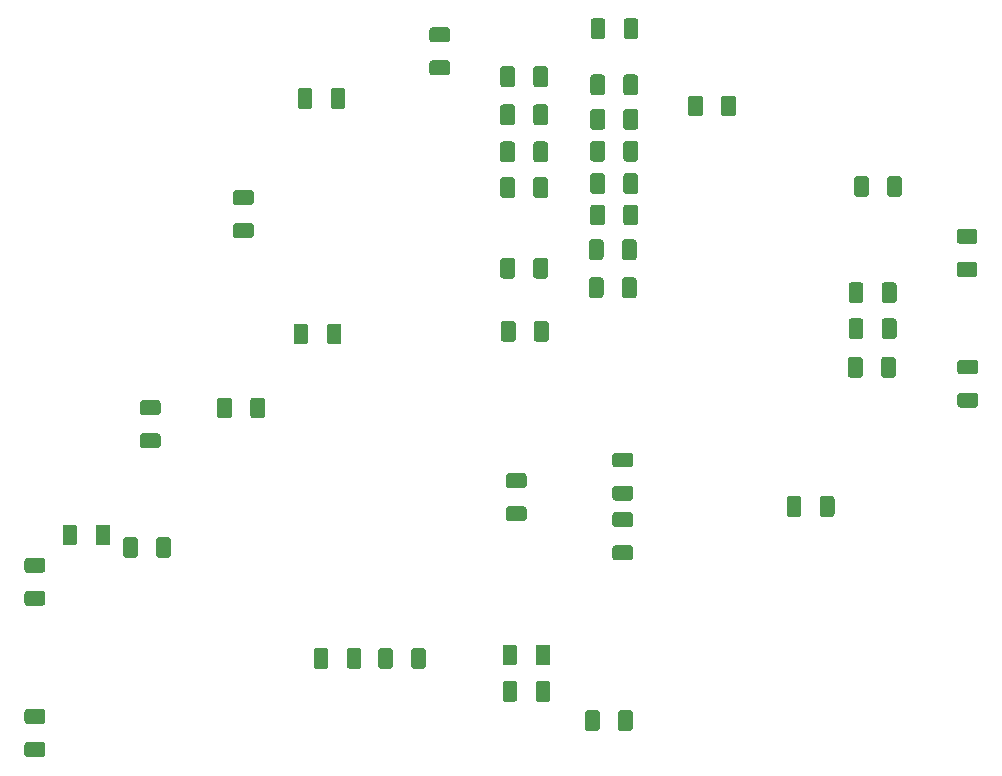
<source format=gbr>
G04 #@! TF.GenerationSoftware,KiCad,Pcbnew,5.1.2-f72e74a~84~ubuntu18.04.1*
G04 #@! TF.CreationDate,2022-02-01T20:37:36+01:00*
G04 #@! TF.ProjectId,T41Expander,54343145-7870-4616-9e64-65722e6b6963,rev?*
G04 #@! TF.SameCoordinates,Original*
G04 #@! TF.FileFunction,Paste,Bot*
G04 #@! TF.FilePolarity,Positive*
%FSLAX46Y46*%
G04 Gerber Fmt 4.6, Leading zero omitted, Abs format (unit mm)*
G04 Created by KiCad (PCBNEW 5.1.2-f72e74a~84~ubuntu18.04.1) date 2022-02-01 20:37:36*
%MOMM*%
%LPD*%
G04 APERTURE LIST*
%ADD10C,0.100000*%
%ADD11C,1.250000*%
G04 APERTURE END LIST*
D10*
G36*
X33791424Y-28522244D02*
G01*
X33815693Y-28525844D01*
X33839491Y-28531805D01*
X33862591Y-28540070D01*
X33884769Y-28550560D01*
X33905813Y-28563173D01*
X33925518Y-28577787D01*
X33943697Y-28594263D01*
X33960173Y-28612442D01*
X33974787Y-28632147D01*
X33987400Y-28653191D01*
X33997890Y-28675369D01*
X34006155Y-28698469D01*
X34012116Y-28722267D01*
X34015716Y-28746536D01*
X34016920Y-28771040D01*
X34016920Y-29521040D01*
X34015716Y-29545544D01*
X34012116Y-29569813D01*
X34006155Y-29593611D01*
X33997890Y-29616711D01*
X33987400Y-29638889D01*
X33974787Y-29659933D01*
X33960173Y-29679638D01*
X33943697Y-29697817D01*
X33925518Y-29714293D01*
X33905813Y-29728907D01*
X33884769Y-29741520D01*
X33862591Y-29752010D01*
X33839491Y-29760275D01*
X33815693Y-29766236D01*
X33791424Y-29769836D01*
X33766920Y-29771040D01*
X32516920Y-29771040D01*
X32492416Y-29769836D01*
X32468147Y-29766236D01*
X32444349Y-29760275D01*
X32421249Y-29752010D01*
X32399071Y-29741520D01*
X32378027Y-29728907D01*
X32358322Y-29714293D01*
X32340143Y-29697817D01*
X32323667Y-29679638D01*
X32309053Y-29659933D01*
X32296440Y-29638889D01*
X32285950Y-29616711D01*
X32277685Y-29593611D01*
X32271724Y-29569813D01*
X32268124Y-29545544D01*
X32266920Y-29521040D01*
X32266920Y-28771040D01*
X32268124Y-28746536D01*
X32271724Y-28722267D01*
X32277685Y-28698469D01*
X32285950Y-28675369D01*
X32296440Y-28653191D01*
X32309053Y-28632147D01*
X32323667Y-28612442D01*
X32340143Y-28594263D01*
X32358322Y-28577787D01*
X32378027Y-28563173D01*
X32399071Y-28550560D01*
X32421249Y-28540070D01*
X32444349Y-28531805D01*
X32468147Y-28525844D01*
X32492416Y-28522244D01*
X32516920Y-28521040D01*
X33766920Y-28521040D01*
X33791424Y-28522244D01*
X33791424Y-28522244D01*
G37*
D11*
X33141920Y-29146040D03*
D10*
G36*
X33791424Y-31322244D02*
G01*
X33815693Y-31325844D01*
X33839491Y-31331805D01*
X33862591Y-31340070D01*
X33884769Y-31350560D01*
X33905813Y-31363173D01*
X33925518Y-31377787D01*
X33943697Y-31394263D01*
X33960173Y-31412442D01*
X33974787Y-31432147D01*
X33987400Y-31453191D01*
X33997890Y-31475369D01*
X34006155Y-31498469D01*
X34012116Y-31522267D01*
X34015716Y-31546536D01*
X34016920Y-31571040D01*
X34016920Y-32321040D01*
X34015716Y-32345544D01*
X34012116Y-32369813D01*
X34006155Y-32393611D01*
X33997890Y-32416711D01*
X33987400Y-32438889D01*
X33974787Y-32459933D01*
X33960173Y-32479638D01*
X33943697Y-32497817D01*
X33925518Y-32514293D01*
X33905813Y-32528907D01*
X33884769Y-32541520D01*
X33862591Y-32552010D01*
X33839491Y-32560275D01*
X33815693Y-32566236D01*
X33791424Y-32569836D01*
X33766920Y-32571040D01*
X32516920Y-32571040D01*
X32492416Y-32569836D01*
X32468147Y-32566236D01*
X32444349Y-32560275D01*
X32421249Y-32552010D01*
X32399071Y-32541520D01*
X32378027Y-32528907D01*
X32358322Y-32514293D01*
X32340143Y-32497817D01*
X32323667Y-32479638D01*
X32309053Y-32459933D01*
X32296440Y-32438889D01*
X32285950Y-32416711D01*
X32277685Y-32393611D01*
X32271724Y-32369813D01*
X32268124Y-32345544D01*
X32266920Y-32321040D01*
X32266920Y-31571040D01*
X32268124Y-31546536D01*
X32271724Y-31522267D01*
X32277685Y-31498469D01*
X32285950Y-31475369D01*
X32296440Y-31453191D01*
X32309053Y-31432147D01*
X32323667Y-31412442D01*
X32340143Y-31394263D01*
X32358322Y-31377787D01*
X32378027Y-31363173D01*
X32399071Y-31350560D01*
X32421249Y-31340070D01*
X32444349Y-31331805D01*
X32468147Y-31325844D01*
X32492416Y-31322244D01*
X32516920Y-31321040D01*
X33766920Y-31321040D01*
X33791424Y-31322244D01*
X33791424Y-31322244D01*
G37*
D11*
X33141920Y-31946040D03*
D10*
G36*
X82962664Y-54427084D02*
G01*
X82986933Y-54430684D01*
X83010731Y-54436645D01*
X83033831Y-54444910D01*
X83056009Y-54455400D01*
X83077053Y-54468013D01*
X83096758Y-54482627D01*
X83114937Y-54499103D01*
X83131413Y-54517282D01*
X83146027Y-54536987D01*
X83158640Y-54558031D01*
X83169130Y-54580209D01*
X83177395Y-54603309D01*
X83183356Y-54627107D01*
X83186956Y-54651376D01*
X83188160Y-54675880D01*
X83188160Y-55925880D01*
X83186956Y-55950384D01*
X83183356Y-55974653D01*
X83177395Y-55998451D01*
X83169130Y-56021551D01*
X83158640Y-56043729D01*
X83146027Y-56064773D01*
X83131413Y-56084478D01*
X83114937Y-56102657D01*
X83096758Y-56119133D01*
X83077053Y-56133747D01*
X83056009Y-56146360D01*
X83033831Y-56156850D01*
X83010731Y-56165115D01*
X82986933Y-56171076D01*
X82962664Y-56174676D01*
X82938160Y-56175880D01*
X82188160Y-56175880D01*
X82163656Y-56174676D01*
X82139387Y-56171076D01*
X82115589Y-56165115D01*
X82092489Y-56156850D01*
X82070311Y-56146360D01*
X82049267Y-56133747D01*
X82029562Y-56119133D01*
X82011383Y-56102657D01*
X81994907Y-56084478D01*
X81980293Y-56064773D01*
X81967680Y-56043729D01*
X81957190Y-56021551D01*
X81948925Y-55998451D01*
X81942964Y-55974653D01*
X81939364Y-55950384D01*
X81938160Y-55925880D01*
X81938160Y-54675880D01*
X81939364Y-54651376D01*
X81942964Y-54627107D01*
X81948925Y-54603309D01*
X81957190Y-54580209D01*
X81967680Y-54558031D01*
X81980293Y-54536987D01*
X81994907Y-54517282D01*
X82011383Y-54499103D01*
X82029562Y-54482627D01*
X82049267Y-54468013D01*
X82070311Y-54455400D01*
X82092489Y-54444910D01*
X82115589Y-54436645D01*
X82139387Y-54430684D01*
X82163656Y-54427084D01*
X82188160Y-54425880D01*
X82938160Y-54425880D01*
X82962664Y-54427084D01*
X82962664Y-54427084D01*
G37*
D11*
X82563160Y-55300880D03*
D10*
G36*
X80162664Y-54427084D02*
G01*
X80186933Y-54430684D01*
X80210731Y-54436645D01*
X80233831Y-54444910D01*
X80256009Y-54455400D01*
X80277053Y-54468013D01*
X80296758Y-54482627D01*
X80314937Y-54499103D01*
X80331413Y-54517282D01*
X80346027Y-54536987D01*
X80358640Y-54558031D01*
X80369130Y-54580209D01*
X80377395Y-54603309D01*
X80383356Y-54627107D01*
X80386956Y-54651376D01*
X80388160Y-54675880D01*
X80388160Y-55925880D01*
X80386956Y-55950384D01*
X80383356Y-55974653D01*
X80377395Y-55998451D01*
X80369130Y-56021551D01*
X80358640Y-56043729D01*
X80346027Y-56064773D01*
X80331413Y-56084478D01*
X80314937Y-56102657D01*
X80296758Y-56119133D01*
X80277053Y-56133747D01*
X80256009Y-56146360D01*
X80233831Y-56156850D01*
X80210731Y-56165115D01*
X80186933Y-56171076D01*
X80162664Y-56174676D01*
X80138160Y-56175880D01*
X79388160Y-56175880D01*
X79363656Y-56174676D01*
X79339387Y-56171076D01*
X79315589Y-56165115D01*
X79292489Y-56156850D01*
X79270311Y-56146360D01*
X79249267Y-56133747D01*
X79229562Y-56119133D01*
X79211383Y-56102657D01*
X79194907Y-56084478D01*
X79180293Y-56064773D01*
X79167680Y-56043729D01*
X79157190Y-56021551D01*
X79148925Y-55998451D01*
X79142964Y-55974653D01*
X79139364Y-55950384D01*
X79138160Y-55925880D01*
X79138160Y-54675880D01*
X79139364Y-54651376D01*
X79142964Y-54627107D01*
X79148925Y-54603309D01*
X79157190Y-54580209D01*
X79167680Y-54558031D01*
X79180293Y-54536987D01*
X79194907Y-54517282D01*
X79211383Y-54499103D01*
X79229562Y-54482627D01*
X79249267Y-54468013D01*
X79270311Y-54455400D01*
X79292489Y-54444910D01*
X79315589Y-54436645D01*
X79339387Y-54430684D01*
X79363656Y-54427084D01*
X79388160Y-54425880D01*
X80138160Y-54425880D01*
X80162664Y-54427084D01*
X80162664Y-54427084D01*
G37*
D11*
X79763160Y-55300880D03*
D10*
G36*
X63556144Y-13985204D02*
G01*
X63580413Y-13988804D01*
X63604211Y-13994765D01*
X63627311Y-14003030D01*
X63649489Y-14013520D01*
X63670533Y-14026133D01*
X63690238Y-14040747D01*
X63708417Y-14057223D01*
X63724893Y-14075402D01*
X63739507Y-14095107D01*
X63752120Y-14116151D01*
X63762610Y-14138329D01*
X63770875Y-14161429D01*
X63776836Y-14185227D01*
X63780436Y-14209496D01*
X63781640Y-14234000D01*
X63781640Y-15484000D01*
X63780436Y-15508504D01*
X63776836Y-15532773D01*
X63770875Y-15556571D01*
X63762610Y-15579671D01*
X63752120Y-15601849D01*
X63739507Y-15622893D01*
X63724893Y-15642598D01*
X63708417Y-15660777D01*
X63690238Y-15677253D01*
X63670533Y-15691867D01*
X63649489Y-15704480D01*
X63627311Y-15714970D01*
X63604211Y-15723235D01*
X63580413Y-15729196D01*
X63556144Y-15732796D01*
X63531640Y-15734000D01*
X62781640Y-15734000D01*
X62757136Y-15732796D01*
X62732867Y-15729196D01*
X62709069Y-15723235D01*
X62685969Y-15714970D01*
X62663791Y-15704480D01*
X62642747Y-15691867D01*
X62623042Y-15677253D01*
X62604863Y-15660777D01*
X62588387Y-15642598D01*
X62573773Y-15622893D01*
X62561160Y-15601849D01*
X62550670Y-15579671D01*
X62542405Y-15556571D01*
X62536444Y-15532773D01*
X62532844Y-15508504D01*
X62531640Y-15484000D01*
X62531640Y-14234000D01*
X62532844Y-14209496D01*
X62536444Y-14185227D01*
X62542405Y-14161429D01*
X62550670Y-14138329D01*
X62561160Y-14116151D01*
X62573773Y-14095107D01*
X62588387Y-14075402D01*
X62604863Y-14057223D01*
X62623042Y-14040747D01*
X62642747Y-14026133D01*
X62663791Y-14013520D01*
X62685969Y-14003030D01*
X62709069Y-13994765D01*
X62732867Y-13988804D01*
X62757136Y-13985204D01*
X62781640Y-13984000D01*
X63531640Y-13984000D01*
X63556144Y-13985204D01*
X63556144Y-13985204D01*
G37*
D11*
X63156640Y-14859000D03*
D10*
G36*
X66356144Y-13985204D02*
G01*
X66380413Y-13988804D01*
X66404211Y-13994765D01*
X66427311Y-14003030D01*
X66449489Y-14013520D01*
X66470533Y-14026133D01*
X66490238Y-14040747D01*
X66508417Y-14057223D01*
X66524893Y-14075402D01*
X66539507Y-14095107D01*
X66552120Y-14116151D01*
X66562610Y-14138329D01*
X66570875Y-14161429D01*
X66576836Y-14185227D01*
X66580436Y-14209496D01*
X66581640Y-14234000D01*
X66581640Y-15484000D01*
X66580436Y-15508504D01*
X66576836Y-15532773D01*
X66570875Y-15556571D01*
X66562610Y-15579671D01*
X66552120Y-15601849D01*
X66539507Y-15622893D01*
X66524893Y-15642598D01*
X66508417Y-15660777D01*
X66490238Y-15677253D01*
X66470533Y-15691867D01*
X66449489Y-15704480D01*
X66427311Y-15714970D01*
X66404211Y-15723235D01*
X66380413Y-15729196D01*
X66356144Y-15732796D01*
X66331640Y-15734000D01*
X65581640Y-15734000D01*
X65557136Y-15732796D01*
X65532867Y-15729196D01*
X65509069Y-15723235D01*
X65485969Y-15714970D01*
X65463791Y-15704480D01*
X65442747Y-15691867D01*
X65423042Y-15677253D01*
X65404863Y-15660777D01*
X65388387Y-15642598D01*
X65373773Y-15622893D01*
X65361160Y-15601849D01*
X65350670Y-15579671D01*
X65342405Y-15556571D01*
X65336444Y-15532773D01*
X65332844Y-15508504D01*
X65331640Y-15484000D01*
X65331640Y-14234000D01*
X65332844Y-14209496D01*
X65336444Y-14185227D01*
X65342405Y-14161429D01*
X65350670Y-14138329D01*
X65361160Y-14116151D01*
X65373773Y-14095107D01*
X65388387Y-14075402D01*
X65404863Y-14057223D01*
X65423042Y-14040747D01*
X65442747Y-14026133D01*
X65463791Y-14013520D01*
X65485969Y-14003030D01*
X65509069Y-13994765D01*
X65532867Y-13988804D01*
X65557136Y-13985204D01*
X65581640Y-13984000D01*
X66331640Y-13984000D01*
X66356144Y-13985204D01*
X66356144Y-13985204D01*
G37*
D11*
X65956640Y-14859000D03*
D10*
G36*
X63535824Y-18729924D02*
G01*
X63560093Y-18733524D01*
X63583891Y-18739485D01*
X63606991Y-18747750D01*
X63629169Y-18758240D01*
X63650213Y-18770853D01*
X63669918Y-18785467D01*
X63688097Y-18801943D01*
X63704573Y-18820122D01*
X63719187Y-18839827D01*
X63731800Y-18860871D01*
X63742290Y-18883049D01*
X63750555Y-18906149D01*
X63756516Y-18929947D01*
X63760116Y-18954216D01*
X63761320Y-18978720D01*
X63761320Y-20228720D01*
X63760116Y-20253224D01*
X63756516Y-20277493D01*
X63750555Y-20301291D01*
X63742290Y-20324391D01*
X63731800Y-20346569D01*
X63719187Y-20367613D01*
X63704573Y-20387318D01*
X63688097Y-20405497D01*
X63669918Y-20421973D01*
X63650213Y-20436587D01*
X63629169Y-20449200D01*
X63606991Y-20459690D01*
X63583891Y-20467955D01*
X63560093Y-20473916D01*
X63535824Y-20477516D01*
X63511320Y-20478720D01*
X62761320Y-20478720D01*
X62736816Y-20477516D01*
X62712547Y-20473916D01*
X62688749Y-20467955D01*
X62665649Y-20459690D01*
X62643471Y-20449200D01*
X62622427Y-20436587D01*
X62602722Y-20421973D01*
X62584543Y-20405497D01*
X62568067Y-20387318D01*
X62553453Y-20367613D01*
X62540840Y-20346569D01*
X62530350Y-20324391D01*
X62522085Y-20301291D01*
X62516124Y-20277493D01*
X62512524Y-20253224D01*
X62511320Y-20228720D01*
X62511320Y-18978720D01*
X62512524Y-18954216D01*
X62516124Y-18929947D01*
X62522085Y-18906149D01*
X62530350Y-18883049D01*
X62540840Y-18860871D01*
X62553453Y-18839827D01*
X62568067Y-18820122D01*
X62584543Y-18801943D01*
X62602722Y-18785467D01*
X62622427Y-18770853D01*
X62643471Y-18758240D01*
X62665649Y-18747750D01*
X62688749Y-18739485D01*
X62712547Y-18733524D01*
X62736816Y-18729924D01*
X62761320Y-18728720D01*
X63511320Y-18728720D01*
X63535824Y-18729924D01*
X63535824Y-18729924D01*
G37*
D11*
X63136320Y-19603720D03*
D10*
G36*
X66335824Y-18729924D02*
G01*
X66360093Y-18733524D01*
X66383891Y-18739485D01*
X66406991Y-18747750D01*
X66429169Y-18758240D01*
X66450213Y-18770853D01*
X66469918Y-18785467D01*
X66488097Y-18801943D01*
X66504573Y-18820122D01*
X66519187Y-18839827D01*
X66531800Y-18860871D01*
X66542290Y-18883049D01*
X66550555Y-18906149D01*
X66556516Y-18929947D01*
X66560116Y-18954216D01*
X66561320Y-18978720D01*
X66561320Y-20228720D01*
X66560116Y-20253224D01*
X66556516Y-20277493D01*
X66550555Y-20301291D01*
X66542290Y-20324391D01*
X66531800Y-20346569D01*
X66519187Y-20367613D01*
X66504573Y-20387318D01*
X66488097Y-20405497D01*
X66469918Y-20421973D01*
X66450213Y-20436587D01*
X66429169Y-20449200D01*
X66406991Y-20459690D01*
X66383891Y-20467955D01*
X66360093Y-20473916D01*
X66335824Y-20477516D01*
X66311320Y-20478720D01*
X65561320Y-20478720D01*
X65536816Y-20477516D01*
X65512547Y-20473916D01*
X65488749Y-20467955D01*
X65465649Y-20459690D01*
X65443471Y-20449200D01*
X65422427Y-20436587D01*
X65402722Y-20421973D01*
X65384543Y-20405497D01*
X65368067Y-20387318D01*
X65353453Y-20367613D01*
X65340840Y-20346569D01*
X65330350Y-20324391D01*
X65322085Y-20301291D01*
X65316124Y-20277493D01*
X65312524Y-20253224D01*
X65311320Y-20228720D01*
X65311320Y-18978720D01*
X65312524Y-18954216D01*
X65316124Y-18929947D01*
X65322085Y-18906149D01*
X65330350Y-18883049D01*
X65340840Y-18860871D01*
X65353453Y-18839827D01*
X65368067Y-18820122D01*
X65384543Y-18801943D01*
X65402722Y-18785467D01*
X65422427Y-18770853D01*
X65443471Y-18758240D01*
X65465649Y-18747750D01*
X65488749Y-18739485D01*
X65512547Y-18733524D01*
X65536816Y-18729924D01*
X65561320Y-18728720D01*
X66311320Y-18728720D01*
X66335824Y-18729924D01*
X66335824Y-18729924D01*
G37*
D11*
X65936320Y-19603720D03*
D10*
G36*
X56885104Y-52494764D02*
G01*
X56909373Y-52498364D01*
X56933171Y-52504325D01*
X56956271Y-52512590D01*
X56978449Y-52523080D01*
X56999493Y-52535693D01*
X57019198Y-52550307D01*
X57037377Y-52566783D01*
X57053853Y-52584962D01*
X57068467Y-52604667D01*
X57081080Y-52625711D01*
X57091570Y-52647889D01*
X57099835Y-52670989D01*
X57105796Y-52694787D01*
X57109396Y-52719056D01*
X57110600Y-52743560D01*
X57110600Y-53493560D01*
X57109396Y-53518064D01*
X57105796Y-53542333D01*
X57099835Y-53566131D01*
X57091570Y-53589231D01*
X57081080Y-53611409D01*
X57068467Y-53632453D01*
X57053853Y-53652158D01*
X57037377Y-53670337D01*
X57019198Y-53686813D01*
X56999493Y-53701427D01*
X56978449Y-53714040D01*
X56956271Y-53724530D01*
X56933171Y-53732795D01*
X56909373Y-53738756D01*
X56885104Y-53742356D01*
X56860600Y-53743560D01*
X55610600Y-53743560D01*
X55586096Y-53742356D01*
X55561827Y-53738756D01*
X55538029Y-53732795D01*
X55514929Y-53724530D01*
X55492751Y-53714040D01*
X55471707Y-53701427D01*
X55452002Y-53686813D01*
X55433823Y-53670337D01*
X55417347Y-53652158D01*
X55402733Y-53632453D01*
X55390120Y-53611409D01*
X55379630Y-53589231D01*
X55371365Y-53566131D01*
X55365404Y-53542333D01*
X55361804Y-53518064D01*
X55360600Y-53493560D01*
X55360600Y-52743560D01*
X55361804Y-52719056D01*
X55365404Y-52694787D01*
X55371365Y-52670989D01*
X55379630Y-52647889D01*
X55390120Y-52625711D01*
X55402733Y-52604667D01*
X55417347Y-52584962D01*
X55433823Y-52566783D01*
X55452002Y-52550307D01*
X55471707Y-52535693D01*
X55492751Y-52523080D01*
X55514929Y-52512590D01*
X55538029Y-52504325D01*
X55561827Y-52498364D01*
X55586096Y-52494764D01*
X55610600Y-52493560D01*
X56860600Y-52493560D01*
X56885104Y-52494764D01*
X56885104Y-52494764D01*
G37*
D11*
X56235600Y-53118560D03*
D10*
G36*
X56885104Y-55294764D02*
G01*
X56909373Y-55298364D01*
X56933171Y-55304325D01*
X56956271Y-55312590D01*
X56978449Y-55323080D01*
X56999493Y-55335693D01*
X57019198Y-55350307D01*
X57037377Y-55366783D01*
X57053853Y-55384962D01*
X57068467Y-55404667D01*
X57081080Y-55425711D01*
X57091570Y-55447889D01*
X57099835Y-55470989D01*
X57105796Y-55494787D01*
X57109396Y-55519056D01*
X57110600Y-55543560D01*
X57110600Y-56293560D01*
X57109396Y-56318064D01*
X57105796Y-56342333D01*
X57099835Y-56366131D01*
X57091570Y-56389231D01*
X57081080Y-56411409D01*
X57068467Y-56432453D01*
X57053853Y-56452158D01*
X57037377Y-56470337D01*
X57019198Y-56486813D01*
X56999493Y-56501427D01*
X56978449Y-56514040D01*
X56956271Y-56524530D01*
X56933171Y-56532795D01*
X56909373Y-56538756D01*
X56885104Y-56542356D01*
X56860600Y-56543560D01*
X55610600Y-56543560D01*
X55586096Y-56542356D01*
X55561827Y-56538756D01*
X55538029Y-56532795D01*
X55514929Y-56524530D01*
X55492751Y-56514040D01*
X55471707Y-56501427D01*
X55452002Y-56486813D01*
X55433823Y-56470337D01*
X55417347Y-56452158D01*
X55402733Y-56432453D01*
X55390120Y-56411409D01*
X55379630Y-56389231D01*
X55371365Y-56366131D01*
X55365404Y-56342333D01*
X55361804Y-56318064D01*
X55360600Y-56293560D01*
X55360600Y-55543560D01*
X55361804Y-55519056D01*
X55365404Y-55494787D01*
X55371365Y-55470989D01*
X55379630Y-55447889D01*
X55390120Y-55425711D01*
X55402733Y-55404667D01*
X55417347Y-55384962D01*
X55433823Y-55366783D01*
X55452002Y-55350307D01*
X55471707Y-55335693D01*
X55492751Y-55323080D01*
X55514929Y-55312590D01*
X55538029Y-55304325D01*
X55561827Y-55298364D01*
X55586096Y-55294764D01*
X55610600Y-55293560D01*
X56860600Y-55293560D01*
X56885104Y-55294764D01*
X56885104Y-55294764D01*
G37*
D11*
X56235600Y-55918560D03*
D10*
G36*
X63535824Y-21656004D02*
G01*
X63560093Y-21659604D01*
X63583891Y-21665565D01*
X63606991Y-21673830D01*
X63629169Y-21684320D01*
X63650213Y-21696933D01*
X63669918Y-21711547D01*
X63688097Y-21728023D01*
X63704573Y-21746202D01*
X63719187Y-21765907D01*
X63731800Y-21786951D01*
X63742290Y-21809129D01*
X63750555Y-21832229D01*
X63756516Y-21856027D01*
X63760116Y-21880296D01*
X63761320Y-21904800D01*
X63761320Y-23154800D01*
X63760116Y-23179304D01*
X63756516Y-23203573D01*
X63750555Y-23227371D01*
X63742290Y-23250471D01*
X63731800Y-23272649D01*
X63719187Y-23293693D01*
X63704573Y-23313398D01*
X63688097Y-23331577D01*
X63669918Y-23348053D01*
X63650213Y-23362667D01*
X63629169Y-23375280D01*
X63606991Y-23385770D01*
X63583891Y-23394035D01*
X63560093Y-23399996D01*
X63535824Y-23403596D01*
X63511320Y-23404800D01*
X62761320Y-23404800D01*
X62736816Y-23403596D01*
X62712547Y-23399996D01*
X62688749Y-23394035D01*
X62665649Y-23385770D01*
X62643471Y-23375280D01*
X62622427Y-23362667D01*
X62602722Y-23348053D01*
X62584543Y-23331577D01*
X62568067Y-23313398D01*
X62553453Y-23293693D01*
X62540840Y-23272649D01*
X62530350Y-23250471D01*
X62522085Y-23227371D01*
X62516124Y-23203573D01*
X62512524Y-23179304D01*
X62511320Y-23154800D01*
X62511320Y-21904800D01*
X62512524Y-21880296D01*
X62516124Y-21856027D01*
X62522085Y-21832229D01*
X62530350Y-21809129D01*
X62540840Y-21786951D01*
X62553453Y-21765907D01*
X62568067Y-21746202D01*
X62584543Y-21728023D01*
X62602722Y-21711547D01*
X62622427Y-21696933D01*
X62643471Y-21684320D01*
X62665649Y-21673830D01*
X62688749Y-21665565D01*
X62712547Y-21659604D01*
X62736816Y-21656004D01*
X62761320Y-21654800D01*
X63511320Y-21654800D01*
X63535824Y-21656004D01*
X63535824Y-21656004D01*
G37*
D11*
X63136320Y-22529800D03*
D10*
G36*
X66335824Y-21656004D02*
G01*
X66360093Y-21659604D01*
X66383891Y-21665565D01*
X66406991Y-21673830D01*
X66429169Y-21684320D01*
X66450213Y-21696933D01*
X66469918Y-21711547D01*
X66488097Y-21728023D01*
X66504573Y-21746202D01*
X66519187Y-21765907D01*
X66531800Y-21786951D01*
X66542290Y-21809129D01*
X66550555Y-21832229D01*
X66556516Y-21856027D01*
X66560116Y-21880296D01*
X66561320Y-21904800D01*
X66561320Y-23154800D01*
X66560116Y-23179304D01*
X66556516Y-23203573D01*
X66550555Y-23227371D01*
X66542290Y-23250471D01*
X66531800Y-23272649D01*
X66519187Y-23293693D01*
X66504573Y-23313398D01*
X66488097Y-23331577D01*
X66469918Y-23348053D01*
X66450213Y-23362667D01*
X66429169Y-23375280D01*
X66406991Y-23385770D01*
X66383891Y-23394035D01*
X66360093Y-23399996D01*
X66335824Y-23403596D01*
X66311320Y-23404800D01*
X65561320Y-23404800D01*
X65536816Y-23403596D01*
X65512547Y-23399996D01*
X65488749Y-23394035D01*
X65465649Y-23385770D01*
X65443471Y-23375280D01*
X65422427Y-23362667D01*
X65402722Y-23348053D01*
X65384543Y-23331577D01*
X65368067Y-23313398D01*
X65353453Y-23293693D01*
X65340840Y-23272649D01*
X65330350Y-23250471D01*
X65322085Y-23227371D01*
X65316124Y-23203573D01*
X65312524Y-23179304D01*
X65311320Y-23154800D01*
X65311320Y-21904800D01*
X65312524Y-21880296D01*
X65316124Y-21856027D01*
X65322085Y-21832229D01*
X65330350Y-21809129D01*
X65340840Y-21786951D01*
X65353453Y-21765907D01*
X65368067Y-21746202D01*
X65384543Y-21728023D01*
X65402722Y-21711547D01*
X65422427Y-21696933D01*
X65443471Y-21684320D01*
X65465649Y-21673830D01*
X65488749Y-21665565D01*
X65512547Y-21659604D01*
X65536816Y-21656004D01*
X65561320Y-21654800D01*
X66311320Y-21654800D01*
X66335824Y-21656004D01*
X66335824Y-21656004D01*
G37*
D11*
X65936320Y-22529800D03*
D10*
G36*
X66335824Y-24353484D02*
G01*
X66360093Y-24357084D01*
X66383891Y-24363045D01*
X66406991Y-24371310D01*
X66429169Y-24381800D01*
X66450213Y-24394413D01*
X66469918Y-24409027D01*
X66488097Y-24425503D01*
X66504573Y-24443682D01*
X66519187Y-24463387D01*
X66531800Y-24484431D01*
X66542290Y-24506609D01*
X66550555Y-24529709D01*
X66556516Y-24553507D01*
X66560116Y-24577776D01*
X66561320Y-24602280D01*
X66561320Y-25852280D01*
X66560116Y-25876784D01*
X66556516Y-25901053D01*
X66550555Y-25924851D01*
X66542290Y-25947951D01*
X66531800Y-25970129D01*
X66519187Y-25991173D01*
X66504573Y-26010878D01*
X66488097Y-26029057D01*
X66469918Y-26045533D01*
X66450213Y-26060147D01*
X66429169Y-26072760D01*
X66406991Y-26083250D01*
X66383891Y-26091515D01*
X66360093Y-26097476D01*
X66335824Y-26101076D01*
X66311320Y-26102280D01*
X65561320Y-26102280D01*
X65536816Y-26101076D01*
X65512547Y-26097476D01*
X65488749Y-26091515D01*
X65465649Y-26083250D01*
X65443471Y-26072760D01*
X65422427Y-26060147D01*
X65402722Y-26045533D01*
X65384543Y-26029057D01*
X65368067Y-26010878D01*
X65353453Y-25991173D01*
X65340840Y-25970129D01*
X65330350Y-25947951D01*
X65322085Y-25924851D01*
X65316124Y-25901053D01*
X65312524Y-25876784D01*
X65311320Y-25852280D01*
X65311320Y-24602280D01*
X65312524Y-24577776D01*
X65316124Y-24553507D01*
X65322085Y-24529709D01*
X65330350Y-24506609D01*
X65340840Y-24484431D01*
X65353453Y-24463387D01*
X65368067Y-24443682D01*
X65384543Y-24425503D01*
X65402722Y-24409027D01*
X65422427Y-24394413D01*
X65443471Y-24381800D01*
X65465649Y-24371310D01*
X65488749Y-24363045D01*
X65512547Y-24357084D01*
X65536816Y-24353484D01*
X65561320Y-24352280D01*
X66311320Y-24352280D01*
X66335824Y-24353484D01*
X66335824Y-24353484D01*
G37*
D11*
X65936320Y-25227280D03*
D10*
G36*
X63535824Y-24353484D02*
G01*
X63560093Y-24357084D01*
X63583891Y-24363045D01*
X63606991Y-24371310D01*
X63629169Y-24381800D01*
X63650213Y-24394413D01*
X63669918Y-24409027D01*
X63688097Y-24425503D01*
X63704573Y-24443682D01*
X63719187Y-24463387D01*
X63731800Y-24484431D01*
X63742290Y-24506609D01*
X63750555Y-24529709D01*
X63756516Y-24553507D01*
X63760116Y-24577776D01*
X63761320Y-24602280D01*
X63761320Y-25852280D01*
X63760116Y-25876784D01*
X63756516Y-25901053D01*
X63750555Y-25924851D01*
X63742290Y-25947951D01*
X63731800Y-25970129D01*
X63719187Y-25991173D01*
X63704573Y-26010878D01*
X63688097Y-26029057D01*
X63669918Y-26045533D01*
X63650213Y-26060147D01*
X63629169Y-26072760D01*
X63606991Y-26083250D01*
X63583891Y-26091515D01*
X63560093Y-26097476D01*
X63535824Y-26101076D01*
X63511320Y-26102280D01*
X62761320Y-26102280D01*
X62736816Y-26101076D01*
X62712547Y-26097476D01*
X62688749Y-26091515D01*
X62665649Y-26083250D01*
X62643471Y-26072760D01*
X62622427Y-26060147D01*
X62602722Y-26045533D01*
X62584543Y-26029057D01*
X62568067Y-26010878D01*
X62553453Y-25991173D01*
X62540840Y-25970129D01*
X62530350Y-25947951D01*
X62522085Y-25924851D01*
X62516124Y-25901053D01*
X62512524Y-25876784D01*
X62511320Y-25852280D01*
X62511320Y-24602280D01*
X62512524Y-24577776D01*
X62516124Y-24553507D01*
X62522085Y-24529709D01*
X62530350Y-24506609D01*
X62540840Y-24484431D01*
X62553453Y-24463387D01*
X62568067Y-24443682D01*
X62584543Y-24425503D01*
X62602722Y-24409027D01*
X62622427Y-24394413D01*
X62643471Y-24381800D01*
X62665649Y-24371310D01*
X62688749Y-24363045D01*
X62712547Y-24357084D01*
X62736816Y-24353484D01*
X62761320Y-24352280D01*
X63511320Y-24352280D01*
X63535824Y-24353484D01*
X63535824Y-24353484D01*
G37*
D11*
X63136320Y-25227280D03*
D10*
G36*
X63535824Y-27096684D02*
G01*
X63560093Y-27100284D01*
X63583891Y-27106245D01*
X63606991Y-27114510D01*
X63629169Y-27125000D01*
X63650213Y-27137613D01*
X63669918Y-27152227D01*
X63688097Y-27168703D01*
X63704573Y-27186882D01*
X63719187Y-27206587D01*
X63731800Y-27227631D01*
X63742290Y-27249809D01*
X63750555Y-27272909D01*
X63756516Y-27296707D01*
X63760116Y-27320976D01*
X63761320Y-27345480D01*
X63761320Y-28595480D01*
X63760116Y-28619984D01*
X63756516Y-28644253D01*
X63750555Y-28668051D01*
X63742290Y-28691151D01*
X63731800Y-28713329D01*
X63719187Y-28734373D01*
X63704573Y-28754078D01*
X63688097Y-28772257D01*
X63669918Y-28788733D01*
X63650213Y-28803347D01*
X63629169Y-28815960D01*
X63606991Y-28826450D01*
X63583891Y-28834715D01*
X63560093Y-28840676D01*
X63535824Y-28844276D01*
X63511320Y-28845480D01*
X62761320Y-28845480D01*
X62736816Y-28844276D01*
X62712547Y-28840676D01*
X62688749Y-28834715D01*
X62665649Y-28826450D01*
X62643471Y-28815960D01*
X62622427Y-28803347D01*
X62602722Y-28788733D01*
X62584543Y-28772257D01*
X62568067Y-28754078D01*
X62553453Y-28734373D01*
X62540840Y-28713329D01*
X62530350Y-28691151D01*
X62522085Y-28668051D01*
X62516124Y-28644253D01*
X62512524Y-28619984D01*
X62511320Y-28595480D01*
X62511320Y-27345480D01*
X62512524Y-27320976D01*
X62516124Y-27296707D01*
X62522085Y-27272909D01*
X62530350Y-27249809D01*
X62540840Y-27227631D01*
X62553453Y-27206587D01*
X62568067Y-27186882D01*
X62584543Y-27168703D01*
X62602722Y-27152227D01*
X62622427Y-27137613D01*
X62643471Y-27125000D01*
X62665649Y-27114510D01*
X62688749Y-27106245D01*
X62712547Y-27100284D01*
X62736816Y-27096684D01*
X62761320Y-27095480D01*
X63511320Y-27095480D01*
X63535824Y-27096684D01*
X63535824Y-27096684D01*
G37*
D11*
X63136320Y-27970480D03*
D10*
G36*
X66335824Y-27096684D02*
G01*
X66360093Y-27100284D01*
X66383891Y-27106245D01*
X66406991Y-27114510D01*
X66429169Y-27125000D01*
X66450213Y-27137613D01*
X66469918Y-27152227D01*
X66488097Y-27168703D01*
X66504573Y-27186882D01*
X66519187Y-27206587D01*
X66531800Y-27227631D01*
X66542290Y-27249809D01*
X66550555Y-27272909D01*
X66556516Y-27296707D01*
X66560116Y-27320976D01*
X66561320Y-27345480D01*
X66561320Y-28595480D01*
X66560116Y-28619984D01*
X66556516Y-28644253D01*
X66550555Y-28668051D01*
X66542290Y-28691151D01*
X66531800Y-28713329D01*
X66519187Y-28734373D01*
X66504573Y-28754078D01*
X66488097Y-28772257D01*
X66469918Y-28788733D01*
X66450213Y-28803347D01*
X66429169Y-28815960D01*
X66406991Y-28826450D01*
X66383891Y-28834715D01*
X66360093Y-28840676D01*
X66335824Y-28844276D01*
X66311320Y-28845480D01*
X65561320Y-28845480D01*
X65536816Y-28844276D01*
X65512547Y-28840676D01*
X65488749Y-28834715D01*
X65465649Y-28826450D01*
X65443471Y-28815960D01*
X65422427Y-28803347D01*
X65402722Y-28788733D01*
X65384543Y-28772257D01*
X65368067Y-28754078D01*
X65353453Y-28734373D01*
X65340840Y-28713329D01*
X65330350Y-28691151D01*
X65322085Y-28668051D01*
X65316124Y-28644253D01*
X65312524Y-28619984D01*
X65311320Y-28595480D01*
X65311320Y-27345480D01*
X65312524Y-27320976D01*
X65316124Y-27296707D01*
X65322085Y-27272909D01*
X65330350Y-27249809D01*
X65340840Y-27227631D01*
X65353453Y-27206587D01*
X65368067Y-27186882D01*
X65384543Y-27168703D01*
X65402722Y-27152227D01*
X65422427Y-27137613D01*
X65443471Y-27125000D01*
X65465649Y-27114510D01*
X65488749Y-27106245D01*
X65512547Y-27100284D01*
X65536816Y-27096684D01*
X65561320Y-27095480D01*
X66311320Y-27095480D01*
X66335824Y-27096684D01*
X66335824Y-27096684D01*
G37*
D11*
X65936320Y-27970480D03*
D10*
G36*
X66335824Y-29753524D02*
G01*
X66360093Y-29757124D01*
X66383891Y-29763085D01*
X66406991Y-29771350D01*
X66429169Y-29781840D01*
X66450213Y-29794453D01*
X66469918Y-29809067D01*
X66488097Y-29825543D01*
X66504573Y-29843722D01*
X66519187Y-29863427D01*
X66531800Y-29884471D01*
X66542290Y-29906649D01*
X66550555Y-29929749D01*
X66556516Y-29953547D01*
X66560116Y-29977816D01*
X66561320Y-30002320D01*
X66561320Y-31252320D01*
X66560116Y-31276824D01*
X66556516Y-31301093D01*
X66550555Y-31324891D01*
X66542290Y-31347991D01*
X66531800Y-31370169D01*
X66519187Y-31391213D01*
X66504573Y-31410918D01*
X66488097Y-31429097D01*
X66469918Y-31445573D01*
X66450213Y-31460187D01*
X66429169Y-31472800D01*
X66406991Y-31483290D01*
X66383891Y-31491555D01*
X66360093Y-31497516D01*
X66335824Y-31501116D01*
X66311320Y-31502320D01*
X65561320Y-31502320D01*
X65536816Y-31501116D01*
X65512547Y-31497516D01*
X65488749Y-31491555D01*
X65465649Y-31483290D01*
X65443471Y-31472800D01*
X65422427Y-31460187D01*
X65402722Y-31445573D01*
X65384543Y-31429097D01*
X65368067Y-31410918D01*
X65353453Y-31391213D01*
X65340840Y-31370169D01*
X65330350Y-31347991D01*
X65322085Y-31324891D01*
X65316124Y-31301093D01*
X65312524Y-31276824D01*
X65311320Y-31252320D01*
X65311320Y-30002320D01*
X65312524Y-29977816D01*
X65316124Y-29953547D01*
X65322085Y-29929749D01*
X65330350Y-29906649D01*
X65340840Y-29884471D01*
X65353453Y-29863427D01*
X65368067Y-29843722D01*
X65384543Y-29825543D01*
X65402722Y-29809067D01*
X65422427Y-29794453D01*
X65443471Y-29781840D01*
X65465649Y-29771350D01*
X65488749Y-29763085D01*
X65512547Y-29757124D01*
X65536816Y-29753524D01*
X65561320Y-29752320D01*
X66311320Y-29752320D01*
X66335824Y-29753524D01*
X66335824Y-29753524D01*
G37*
D11*
X65936320Y-30627320D03*
D10*
G36*
X63535824Y-29753524D02*
G01*
X63560093Y-29757124D01*
X63583891Y-29763085D01*
X63606991Y-29771350D01*
X63629169Y-29781840D01*
X63650213Y-29794453D01*
X63669918Y-29809067D01*
X63688097Y-29825543D01*
X63704573Y-29843722D01*
X63719187Y-29863427D01*
X63731800Y-29884471D01*
X63742290Y-29906649D01*
X63750555Y-29929749D01*
X63756516Y-29953547D01*
X63760116Y-29977816D01*
X63761320Y-30002320D01*
X63761320Y-31252320D01*
X63760116Y-31276824D01*
X63756516Y-31301093D01*
X63750555Y-31324891D01*
X63742290Y-31347991D01*
X63731800Y-31370169D01*
X63719187Y-31391213D01*
X63704573Y-31410918D01*
X63688097Y-31429097D01*
X63669918Y-31445573D01*
X63650213Y-31460187D01*
X63629169Y-31472800D01*
X63606991Y-31483290D01*
X63583891Y-31491555D01*
X63560093Y-31497516D01*
X63535824Y-31501116D01*
X63511320Y-31502320D01*
X62761320Y-31502320D01*
X62736816Y-31501116D01*
X62712547Y-31497516D01*
X62688749Y-31491555D01*
X62665649Y-31483290D01*
X62643471Y-31472800D01*
X62622427Y-31460187D01*
X62602722Y-31445573D01*
X62584543Y-31429097D01*
X62568067Y-31410918D01*
X62553453Y-31391213D01*
X62540840Y-31370169D01*
X62530350Y-31347991D01*
X62522085Y-31324891D01*
X62516124Y-31301093D01*
X62512524Y-31276824D01*
X62511320Y-31252320D01*
X62511320Y-30002320D01*
X62512524Y-29977816D01*
X62516124Y-29953547D01*
X62522085Y-29929749D01*
X62530350Y-29906649D01*
X62540840Y-29884471D01*
X62553453Y-29863427D01*
X62568067Y-29843722D01*
X62584543Y-29825543D01*
X62602722Y-29809067D01*
X62622427Y-29794453D01*
X62643471Y-29781840D01*
X62665649Y-29771350D01*
X62688749Y-29763085D01*
X62712547Y-29757124D01*
X62736816Y-29753524D01*
X62761320Y-29752320D01*
X63511320Y-29752320D01*
X63535824Y-29753524D01*
X63535824Y-29753524D01*
G37*
D11*
X63136320Y-30627320D03*
D10*
G36*
X38748424Y-19888164D02*
G01*
X38772693Y-19891764D01*
X38796491Y-19897725D01*
X38819591Y-19905990D01*
X38841769Y-19916480D01*
X38862813Y-19929093D01*
X38882518Y-19943707D01*
X38900697Y-19960183D01*
X38917173Y-19978362D01*
X38931787Y-19998067D01*
X38944400Y-20019111D01*
X38954890Y-20041289D01*
X38963155Y-20064389D01*
X38969116Y-20088187D01*
X38972716Y-20112456D01*
X38973920Y-20136960D01*
X38973920Y-21386960D01*
X38972716Y-21411464D01*
X38969116Y-21435733D01*
X38963155Y-21459531D01*
X38954890Y-21482631D01*
X38944400Y-21504809D01*
X38931787Y-21525853D01*
X38917173Y-21545558D01*
X38900697Y-21563737D01*
X38882518Y-21580213D01*
X38862813Y-21594827D01*
X38841769Y-21607440D01*
X38819591Y-21617930D01*
X38796491Y-21626195D01*
X38772693Y-21632156D01*
X38748424Y-21635756D01*
X38723920Y-21636960D01*
X37973920Y-21636960D01*
X37949416Y-21635756D01*
X37925147Y-21632156D01*
X37901349Y-21626195D01*
X37878249Y-21617930D01*
X37856071Y-21607440D01*
X37835027Y-21594827D01*
X37815322Y-21580213D01*
X37797143Y-21563737D01*
X37780667Y-21545558D01*
X37766053Y-21525853D01*
X37753440Y-21504809D01*
X37742950Y-21482631D01*
X37734685Y-21459531D01*
X37728724Y-21435733D01*
X37725124Y-21411464D01*
X37723920Y-21386960D01*
X37723920Y-20136960D01*
X37725124Y-20112456D01*
X37728724Y-20088187D01*
X37734685Y-20064389D01*
X37742950Y-20041289D01*
X37753440Y-20019111D01*
X37766053Y-19998067D01*
X37780667Y-19978362D01*
X37797143Y-19960183D01*
X37815322Y-19943707D01*
X37835027Y-19929093D01*
X37856071Y-19916480D01*
X37878249Y-19905990D01*
X37901349Y-19897725D01*
X37925147Y-19891764D01*
X37949416Y-19888164D01*
X37973920Y-19886960D01*
X38723920Y-19886960D01*
X38748424Y-19888164D01*
X38748424Y-19888164D01*
G37*
D11*
X38348920Y-20761960D03*
D10*
G36*
X41548424Y-19888164D02*
G01*
X41572693Y-19891764D01*
X41596491Y-19897725D01*
X41619591Y-19905990D01*
X41641769Y-19916480D01*
X41662813Y-19929093D01*
X41682518Y-19943707D01*
X41700697Y-19960183D01*
X41717173Y-19978362D01*
X41731787Y-19998067D01*
X41744400Y-20019111D01*
X41754890Y-20041289D01*
X41763155Y-20064389D01*
X41769116Y-20088187D01*
X41772716Y-20112456D01*
X41773920Y-20136960D01*
X41773920Y-21386960D01*
X41772716Y-21411464D01*
X41769116Y-21435733D01*
X41763155Y-21459531D01*
X41754890Y-21482631D01*
X41744400Y-21504809D01*
X41731787Y-21525853D01*
X41717173Y-21545558D01*
X41700697Y-21563737D01*
X41682518Y-21580213D01*
X41662813Y-21594827D01*
X41641769Y-21607440D01*
X41619591Y-21617930D01*
X41596491Y-21626195D01*
X41572693Y-21632156D01*
X41548424Y-21635756D01*
X41523920Y-21636960D01*
X40773920Y-21636960D01*
X40749416Y-21635756D01*
X40725147Y-21632156D01*
X40701349Y-21626195D01*
X40678249Y-21617930D01*
X40656071Y-21607440D01*
X40635027Y-21594827D01*
X40615322Y-21580213D01*
X40597143Y-21563737D01*
X40580667Y-21545558D01*
X40566053Y-21525853D01*
X40553440Y-21504809D01*
X40542950Y-21482631D01*
X40534685Y-21459531D01*
X40528724Y-21435733D01*
X40525124Y-21411464D01*
X40523920Y-21386960D01*
X40523920Y-20136960D01*
X40525124Y-20112456D01*
X40528724Y-20088187D01*
X40534685Y-20064389D01*
X40542950Y-20041289D01*
X40553440Y-20019111D01*
X40566053Y-19998067D01*
X40580667Y-19978362D01*
X40597143Y-19960183D01*
X40615322Y-19943707D01*
X40635027Y-19929093D01*
X40656071Y-19916480D01*
X40678249Y-19905990D01*
X40701349Y-19897725D01*
X40725147Y-19891764D01*
X40749416Y-19888164D01*
X40773920Y-19886960D01*
X41523920Y-19886960D01*
X41548424Y-19888164D01*
X41548424Y-19888164D01*
G37*
D11*
X41148920Y-20761960D03*
D10*
G36*
X95066384Y-34606924D02*
G01*
X95090653Y-34610524D01*
X95114451Y-34616485D01*
X95137551Y-34624750D01*
X95159729Y-34635240D01*
X95180773Y-34647853D01*
X95200478Y-34662467D01*
X95218657Y-34678943D01*
X95235133Y-34697122D01*
X95249747Y-34716827D01*
X95262360Y-34737871D01*
X95272850Y-34760049D01*
X95281115Y-34783149D01*
X95287076Y-34806947D01*
X95290676Y-34831216D01*
X95291880Y-34855720D01*
X95291880Y-35605720D01*
X95290676Y-35630224D01*
X95287076Y-35654493D01*
X95281115Y-35678291D01*
X95272850Y-35701391D01*
X95262360Y-35723569D01*
X95249747Y-35744613D01*
X95235133Y-35764318D01*
X95218657Y-35782497D01*
X95200478Y-35798973D01*
X95180773Y-35813587D01*
X95159729Y-35826200D01*
X95137551Y-35836690D01*
X95114451Y-35844955D01*
X95090653Y-35850916D01*
X95066384Y-35854516D01*
X95041880Y-35855720D01*
X93791880Y-35855720D01*
X93767376Y-35854516D01*
X93743107Y-35850916D01*
X93719309Y-35844955D01*
X93696209Y-35836690D01*
X93674031Y-35826200D01*
X93652987Y-35813587D01*
X93633282Y-35798973D01*
X93615103Y-35782497D01*
X93598627Y-35764318D01*
X93584013Y-35744613D01*
X93571400Y-35723569D01*
X93560910Y-35701391D01*
X93552645Y-35678291D01*
X93546684Y-35654493D01*
X93543084Y-35630224D01*
X93541880Y-35605720D01*
X93541880Y-34855720D01*
X93543084Y-34831216D01*
X93546684Y-34806947D01*
X93552645Y-34783149D01*
X93560910Y-34760049D01*
X93571400Y-34737871D01*
X93584013Y-34716827D01*
X93598627Y-34697122D01*
X93615103Y-34678943D01*
X93633282Y-34662467D01*
X93652987Y-34647853D01*
X93674031Y-34635240D01*
X93696209Y-34624750D01*
X93719309Y-34616485D01*
X93743107Y-34610524D01*
X93767376Y-34606924D01*
X93791880Y-34605720D01*
X95041880Y-34605720D01*
X95066384Y-34606924D01*
X95066384Y-34606924D01*
G37*
D11*
X94416880Y-35230720D03*
D10*
G36*
X95066384Y-31806924D02*
G01*
X95090653Y-31810524D01*
X95114451Y-31816485D01*
X95137551Y-31824750D01*
X95159729Y-31835240D01*
X95180773Y-31847853D01*
X95200478Y-31862467D01*
X95218657Y-31878943D01*
X95235133Y-31897122D01*
X95249747Y-31916827D01*
X95262360Y-31937871D01*
X95272850Y-31960049D01*
X95281115Y-31983149D01*
X95287076Y-32006947D01*
X95290676Y-32031216D01*
X95291880Y-32055720D01*
X95291880Y-32805720D01*
X95290676Y-32830224D01*
X95287076Y-32854493D01*
X95281115Y-32878291D01*
X95272850Y-32901391D01*
X95262360Y-32923569D01*
X95249747Y-32944613D01*
X95235133Y-32964318D01*
X95218657Y-32982497D01*
X95200478Y-32998973D01*
X95180773Y-33013587D01*
X95159729Y-33026200D01*
X95137551Y-33036690D01*
X95114451Y-33044955D01*
X95090653Y-33050916D01*
X95066384Y-33054516D01*
X95041880Y-33055720D01*
X93791880Y-33055720D01*
X93767376Y-33054516D01*
X93743107Y-33050916D01*
X93719309Y-33044955D01*
X93696209Y-33036690D01*
X93674031Y-33026200D01*
X93652987Y-33013587D01*
X93633282Y-32998973D01*
X93615103Y-32982497D01*
X93598627Y-32964318D01*
X93584013Y-32944613D01*
X93571400Y-32923569D01*
X93560910Y-32901391D01*
X93552645Y-32878291D01*
X93546684Y-32854493D01*
X93543084Y-32830224D01*
X93541880Y-32805720D01*
X93541880Y-32055720D01*
X93543084Y-32031216D01*
X93546684Y-32006947D01*
X93552645Y-31983149D01*
X93560910Y-31960049D01*
X93571400Y-31937871D01*
X93584013Y-31916827D01*
X93598627Y-31897122D01*
X93615103Y-31878943D01*
X93633282Y-31862467D01*
X93652987Y-31847853D01*
X93674031Y-31835240D01*
X93696209Y-31824750D01*
X93719309Y-31816485D01*
X93743107Y-31810524D01*
X93767376Y-31806924D01*
X93791880Y-31805720D01*
X95041880Y-31805720D01*
X95066384Y-31806924D01*
X95066384Y-31806924D01*
G37*
D11*
X94416880Y-32430720D03*
D10*
G36*
X42911944Y-67294724D02*
G01*
X42936213Y-67298324D01*
X42960011Y-67304285D01*
X42983111Y-67312550D01*
X43005289Y-67323040D01*
X43026333Y-67335653D01*
X43046038Y-67350267D01*
X43064217Y-67366743D01*
X43080693Y-67384922D01*
X43095307Y-67404627D01*
X43107920Y-67425671D01*
X43118410Y-67447849D01*
X43126675Y-67470949D01*
X43132636Y-67494747D01*
X43136236Y-67519016D01*
X43137440Y-67543520D01*
X43137440Y-68793520D01*
X43136236Y-68818024D01*
X43132636Y-68842293D01*
X43126675Y-68866091D01*
X43118410Y-68889191D01*
X43107920Y-68911369D01*
X43095307Y-68932413D01*
X43080693Y-68952118D01*
X43064217Y-68970297D01*
X43046038Y-68986773D01*
X43026333Y-69001387D01*
X43005289Y-69014000D01*
X42983111Y-69024490D01*
X42960011Y-69032755D01*
X42936213Y-69038716D01*
X42911944Y-69042316D01*
X42887440Y-69043520D01*
X42137440Y-69043520D01*
X42112936Y-69042316D01*
X42088667Y-69038716D01*
X42064869Y-69032755D01*
X42041769Y-69024490D01*
X42019591Y-69014000D01*
X41998547Y-69001387D01*
X41978842Y-68986773D01*
X41960663Y-68970297D01*
X41944187Y-68952118D01*
X41929573Y-68932413D01*
X41916960Y-68911369D01*
X41906470Y-68889191D01*
X41898205Y-68866091D01*
X41892244Y-68842293D01*
X41888644Y-68818024D01*
X41887440Y-68793520D01*
X41887440Y-67543520D01*
X41888644Y-67519016D01*
X41892244Y-67494747D01*
X41898205Y-67470949D01*
X41906470Y-67447849D01*
X41916960Y-67425671D01*
X41929573Y-67404627D01*
X41944187Y-67384922D01*
X41960663Y-67366743D01*
X41978842Y-67350267D01*
X41998547Y-67335653D01*
X42019591Y-67323040D01*
X42041769Y-67312550D01*
X42064869Y-67304285D01*
X42088667Y-67298324D01*
X42112936Y-67294724D01*
X42137440Y-67293520D01*
X42887440Y-67293520D01*
X42911944Y-67294724D01*
X42911944Y-67294724D01*
G37*
D11*
X42512440Y-68168520D03*
D10*
G36*
X40111944Y-67294724D02*
G01*
X40136213Y-67298324D01*
X40160011Y-67304285D01*
X40183111Y-67312550D01*
X40205289Y-67323040D01*
X40226333Y-67335653D01*
X40246038Y-67350267D01*
X40264217Y-67366743D01*
X40280693Y-67384922D01*
X40295307Y-67404627D01*
X40307920Y-67425671D01*
X40318410Y-67447849D01*
X40326675Y-67470949D01*
X40332636Y-67494747D01*
X40336236Y-67519016D01*
X40337440Y-67543520D01*
X40337440Y-68793520D01*
X40336236Y-68818024D01*
X40332636Y-68842293D01*
X40326675Y-68866091D01*
X40318410Y-68889191D01*
X40307920Y-68911369D01*
X40295307Y-68932413D01*
X40280693Y-68952118D01*
X40264217Y-68970297D01*
X40246038Y-68986773D01*
X40226333Y-69001387D01*
X40205289Y-69014000D01*
X40183111Y-69024490D01*
X40160011Y-69032755D01*
X40136213Y-69038716D01*
X40111944Y-69042316D01*
X40087440Y-69043520D01*
X39337440Y-69043520D01*
X39312936Y-69042316D01*
X39288667Y-69038716D01*
X39264869Y-69032755D01*
X39241769Y-69024490D01*
X39219591Y-69014000D01*
X39198547Y-69001387D01*
X39178842Y-68986773D01*
X39160663Y-68970297D01*
X39144187Y-68952118D01*
X39129573Y-68932413D01*
X39116960Y-68911369D01*
X39106470Y-68889191D01*
X39098205Y-68866091D01*
X39092244Y-68842293D01*
X39088644Y-68818024D01*
X39087440Y-68793520D01*
X39087440Y-67543520D01*
X39088644Y-67519016D01*
X39092244Y-67494747D01*
X39098205Y-67470949D01*
X39106470Y-67447849D01*
X39116960Y-67425671D01*
X39129573Y-67404627D01*
X39144187Y-67384922D01*
X39160663Y-67366743D01*
X39178842Y-67350267D01*
X39198547Y-67335653D01*
X39219591Y-67323040D01*
X39241769Y-67312550D01*
X39264869Y-67304285D01*
X39288667Y-67298324D01*
X39312936Y-67294724D01*
X39337440Y-67293520D01*
X40087440Y-67293520D01*
X40111944Y-67294724D01*
X40111944Y-67294724D01*
G37*
D11*
X39712440Y-68168520D03*
D10*
G36*
X45570864Y-67294724D02*
G01*
X45595133Y-67298324D01*
X45618931Y-67304285D01*
X45642031Y-67312550D01*
X45664209Y-67323040D01*
X45685253Y-67335653D01*
X45704958Y-67350267D01*
X45723137Y-67366743D01*
X45739613Y-67384922D01*
X45754227Y-67404627D01*
X45766840Y-67425671D01*
X45777330Y-67447849D01*
X45785595Y-67470949D01*
X45791556Y-67494747D01*
X45795156Y-67519016D01*
X45796360Y-67543520D01*
X45796360Y-68793520D01*
X45795156Y-68818024D01*
X45791556Y-68842293D01*
X45785595Y-68866091D01*
X45777330Y-68889191D01*
X45766840Y-68911369D01*
X45754227Y-68932413D01*
X45739613Y-68952118D01*
X45723137Y-68970297D01*
X45704958Y-68986773D01*
X45685253Y-69001387D01*
X45664209Y-69014000D01*
X45642031Y-69024490D01*
X45618931Y-69032755D01*
X45595133Y-69038716D01*
X45570864Y-69042316D01*
X45546360Y-69043520D01*
X44796360Y-69043520D01*
X44771856Y-69042316D01*
X44747587Y-69038716D01*
X44723789Y-69032755D01*
X44700689Y-69024490D01*
X44678511Y-69014000D01*
X44657467Y-69001387D01*
X44637762Y-68986773D01*
X44619583Y-68970297D01*
X44603107Y-68952118D01*
X44588493Y-68932413D01*
X44575880Y-68911369D01*
X44565390Y-68889191D01*
X44557125Y-68866091D01*
X44551164Y-68842293D01*
X44547564Y-68818024D01*
X44546360Y-68793520D01*
X44546360Y-67543520D01*
X44547564Y-67519016D01*
X44551164Y-67494747D01*
X44557125Y-67470949D01*
X44565390Y-67447849D01*
X44575880Y-67425671D01*
X44588493Y-67404627D01*
X44603107Y-67384922D01*
X44619583Y-67366743D01*
X44637762Y-67350267D01*
X44657467Y-67335653D01*
X44678511Y-67323040D01*
X44700689Y-67312550D01*
X44723789Y-67304285D01*
X44747587Y-67298324D01*
X44771856Y-67294724D01*
X44796360Y-67293520D01*
X45546360Y-67293520D01*
X45570864Y-67294724D01*
X45570864Y-67294724D01*
G37*
D11*
X45171360Y-68168520D03*
D10*
G36*
X48370864Y-67294724D02*
G01*
X48395133Y-67298324D01*
X48418931Y-67304285D01*
X48442031Y-67312550D01*
X48464209Y-67323040D01*
X48485253Y-67335653D01*
X48504958Y-67350267D01*
X48523137Y-67366743D01*
X48539613Y-67384922D01*
X48554227Y-67404627D01*
X48566840Y-67425671D01*
X48577330Y-67447849D01*
X48585595Y-67470949D01*
X48591556Y-67494747D01*
X48595156Y-67519016D01*
X48596360Y-67543520D01*
X48596360Y-68793520D01*
X48595156Y-68818024D01*
X48591556Y-68842293D01*
X48585595Y-68866091D01*
X48577330Y-68889191D01*
X48566840Y-68911369D01*
X48554227Y-68932413D01*
X48539613Y-68952118D01*
X48523137Y-68970297D01*
X48504958Y-68986773D01*
X48485253Y-69001387D01*
X48464209Y-69014000D01*
X48442031Y-69024490D01*
X48418931Y-69032755D01*
X48395133Y-69038716D01*
X48370864Y-69042316D01*
X48346360Y-69043520D01*
X47596360Y-69043520D01*
X47571856Y-69042316D01*
X47547587Y-69038716D01*
X47523789Y-69032755D01*
X47500689Y-69024490D01*
X47478511Y-69014000D01*
X47457467Y-69001387D01*
X47437762Y-68986773D01*
X47419583Y-68970297D01*
X47403107Y-68952118D01*
X47388493Y-68932413D01*
X47375880Y-68911369D01*
X47365390Y-68889191D01*
X47357125Y-68866091D01*
X47351164Y-68842293D01*
X47347564Y-68818024D01*
X47346360Y-68793520D01*
X47346360Y-67543520D01*
X47347564Y-67519016D01*
X47351164Y-67494747D01*
X47357125Y-67470949D01*
X47365390Y-67447849D01*
X47375880Y-67425671D01*
X47388493Y-67404627D01*
X47403107Y-67384922D01*
X47419583Y-67366743D01*
X47437762Y-67350267D01*
X47457467Y-67335653D01*
X47478511Y-67323040D01*
X47500689Y-67312550D01*
X47523789Y-67304285D01*
X47547587Y-67298324D01*
X47571856Y-67294724D01*
X47596360Y-67293520D01*
X48346360Y-67293520D01*
X48370864Y-67294724D01*
X48370864Y-67294724D01*
G37*
D11*
X47971360Y-68168520D03*
D10*
G36*
X25897104Y-49112404D02*
G01*
X25921373Y-49116004D01*
X25945171Y-49121965D01*
X25968271Y-49130230D01*
X25990449Y-49140720D01*
X26011493Y-49153333D01*
X26031198Y-49167947D01*
X26049377Y-49184423D01*
X26065853Y-49202602D01*
X26080467Y-49222307D01*
X26093080Y-49243351D01*
X26103570Y-49265529D01*
X26111835Y-49288629D01*
X26117796Y-49312427D01*
X26121396Y-49336696D01*
X26122600Y-49361200D01*
X26122600Y-50111200D01*
X26121396Y-50135704D01*
X26117796Y-50159973D01*
X26111835Y-50183771D01*
X26103570Y-50206871D01*
X26093080Y-50229049D01*
X26080467Y-50250093D01*
X26065853Y-50269798D01*
X26049377Y-50287977D01*
X26031198Y-50304453D01*
X26011493Y-50319067D01*
X25990449Y-50331680D01*
X25968271Y-50342170D01*
X25945171Y-50350435D01*
X25921373Y-50356396D01*
X25897104Y-50359996D01*
X25872600Y-50361200D01*
X24622600Y-50361200D01*
X24598096Y-50359996D01*
X24573827Y-50356396D01*
X24550029Y-50350435D01*
X24526929Y-50342170D01*
X24504751Y-50331680D01*
X24483707Y-50319067D01*
X24464002Y-50304453D01*
X24445823Y-50287977D01*
X24429347Y-50269798D01*
X24414733Y-50250093D01*
X24402120Y-50229049D01*
X24391630Y-50206871D01*
X24383365Y-50183771D01*
X24377404Y-50159973D01*
X24373804Y-50135704D01*
X24372600Y-50111200D01*
X24372600Y-49361200D01*
X24373804Y-49336696D01*
X24377404Y-49312427D01*
X24383365Y-49288629D01*
X24391630Y-49265529D01*
X24402120Y-49243351D01*
X24414733Y-49222307D01*
X24429347Y-49202602D01*
X24445823Y-49184423D01*
X24464002Y-49167947D01*
X24483707Y-49153333D01*
X24504751Y-49140720D01*
X24526929Y-49130230D01*
X24550029Y-49121965D01*
X24573827Y-49116004D01*
X24598096Y-49112404D01*
X24622600Y-49111200D01*
X25872600Y-49111200D01*
X25897104Y-49112404D01*
X25897104Y-49112404D01*
G37*
D11*
X25247600Y-49736200D03*
D10*
G36*
X25897104Y-46312404D02*
G01*
X25921373Y-46316004D01*
X25945171Y-46321965D01*
X25968271Y-46330230D01*
X25990449Y-46340720D01*
X26011493Y-46353333D01*
X26031198Y-46367947D01*
X26049377Y-46384423D01*
X26065853Y-46402602D01*
X26080467Y-46422307D01*
X26093080Y-46443351D01*
X26103570Y-46465529D01*
X26111835Y-46488629D01*
X26117796Y-46512427D01*
X26121396Y-46536696D01*
X26122600Y-46561200D01*
X26122600Y-47311200D01*
X26121396Y-47335704D01*
X26117796Y-47359973D01*
X26111835Y-47383771D01*
X26103570Y-47406871D01*
X26093080Y-47429049D01*
X26080467Y-47450093D01*
X26065853Y-47469798D01*
X26049377Y-47487977D01*
X26031198Y-47504453D01*
X26011493Y-47519067D01*
X25990449Y-47531680D01*
X25968271Y-47542170D01*
X25945171Y-47550435D01*
X25921373Y-47556396D01*
X25897104Y-47559996D01*
X25872600Y-47561200D01*
X24622600Y-47561200D01*
X24598096Y-47559996D01*
X24573827Y-47556396D01*
X24550029Y-47550435D01*
X24526929Y-47542170D01*
X24504751Y-47531680D01*
X24483707Y-47519067D01*
X24464002Y-47504453D01*
X24445823Y-47487977D01*
X24429347Y-47469798D01*
X24414733Y-47450093D01*
X24402120Y-47429049D01*
X24391630Y-47406871D01*
X24383365Y-47383771D01*
X24377404Y-47359973D01*
X24373804Y-47335704D01*
X24372600Y-47311200D01*
X24372600Y-46561200D01*
X24373804Y-46536696D01*
X24377404Y-46512427D01*
X24383365Y-46488629D01*
X24391630Y-46465529D01*
X24402120Y-46443351D01*
X24414733Y-46422307D01*
X24429347Y-46402602D01*
X24445823Y-46384423D01*
X24464002Y-46367947D01*
X24483707Y-46353333D01*
X24504751Y-46340720D01*
X24526929Y-46330230D01*
X24550029Y-46321965D01*
X24573827Y-46316004D01*
X24598096Y-46312404D01*
X24622600Y-46311200D01*
X25872600Y-46311200D01*
X25897104Y-46312404D01*
X25897104Y-46312404D01*
G37*
D11*
X25247600Y-46936200D03*
D10*
G36*
X31948384Y-46085724D02*
G01*
X31972653Y-46089324D01*
X31996451Y-46095285D01*
X32019551Y-46103550D01*
X32041729Y-46114040D01*
X32062773Y-46126653D01*
X32082478Y-46141267D01*
X32100657Y-46157743D01*
X32117133Y-46175922D01*
X32131747Y-46195627D01*
X32144360Y-46216671D01*
X32154850Y-46238849D01*
X32163115Y-46261949D01*
X32169076Y-46285747D01*
X32172676Y-46310016D01*
X32173880Y-46334520D01*
X32173880Y-47584520D01*
X32172676Y-47609024D01*
X32169076Y-47633293D01*
X32163115Y-47657091D01*
X32154850Y-47680191D01*
X32144360Y-47702369D01*
X32131747Y-47723413D01*
X32117133Y-47743118D01*
X32100657Y-47761297D01*
X32082478Y-47777773D01*
X32062773Y-47792387D01*
X32041729Y-47805000D01*
X32019551Y-47815490D01*
X31996451Y-47823755D01*
X31972653Y-47829716D01*
X31948384Y-47833316D01*
X31923880Y-47834520D01*
X31173880Y-47834520D01*
X31149376Y-47833316D01*
X31125107Y-47829716D01*
X31101309Y-47823755D01*
X31078209Y-47815490D01*
X31056031Y-47805000D01*
X31034987Y-47792387D01*
X31015282Y-47777773D01*
X30997103Y-47761297D01*
X30980627Y-47743118D01*
X30966013Y-47723413D01*
X30953400Y-47702369D01*
X30942910Y-47680191D01*
X30934645Y-47657091D01*
X30928684Y-47633293D01*
X30925084Y-47609024D01*
X30923880Y-47584520D01*
X30923880Y-46334520D01*
X30925084Y-46310016D01*
X30928684Y-46285747D01*
X30934645Y-46261949D01*
X30942910Y-46238849D01*
X30953400Y-46216671D01*
X30966013Y-46195627D01*
X30980627Y-46175922D01*
X30997103Y-46157743D01*
X31015282Y-46141267D01*
X31034987Y-46126653D01*
X31056031Y-46114040D01*
X31078209Y-46103550D01*
X31101309Y-46095285D01*
X31125107Y-46089324D01*
X31149376Y-46085724D01*
X31173880Y-46084520D01*
X31923880Y-46084520D01*
X31948384Y-46085724D01*
X31948384Y-46085724D01*
G37*
D11*
X31548880Y-46959520D03*
D10*
G36*
X34748384Y-46085724D02*
G01*
X34772653Y-46089324D01*
X34796451Y-46095285D01*
X34819551Y-46103550D01*
X34841729Y-46114040D01*
X34862773Y-46126653D01*
X34882478Y-46141267D01*
X34900657Y-46157743D01*
X34917133Y-46175922D01*
X34931747Y-46195627D01*
X34944360Y-46216671D01*
X34954850Y-46238849D01*
X34963115Y-46261949D01*
X34969076Y-46285747D01*
X34972676Y-46310016D01*
X34973880Y-46334520D01*
X34973880Y-47584520D01*
X34972676Y-47609024D01*
X34969076Y-47633293D01*
X34963115Y-47657091D01*
X34954850Y-47680191D01*
X34944360Y-47702369D01*
X34931747Y-47723413D01*
X34917133Y-47743118D01*
X34900657Y-47761297D01*
X34882478Y-47777773D01*
X34862773Y-47792387D01*
X34841729Y-47805000D01*
X34819551Y-47815490D01*
X34796451Y-47823755D01*
X34772653Y-47829716D01*
X34748384Y-47833316D01*
X34723880Y-47834520D01*
X33973880Y-47834520D01*
X33949376Y-47833316D01*
X33925107Y-47829716D01*
X33901309Y-47823755D01*
X33878209Y-47815490D01*
X33856031Y-47805000D01*
X33834987Y-47792387D01*
X33815282Y-47777773D01*
X33797103Y-47761297D01*
X33780627Y-47743118D01*
X33766013Y-47723413D01*
X33753400Y-47702369D01*
X33742910Y-47680191D01*
X33734645Y-47657091D01*
X33728684Y-47633293D01*
X33725084Y-47609024D01*
X33723880Y-47584520D01*
X33723880Y-46334520D01*
X33725084Y-46310016D01*
X33728684Y-46285747D01*
X33734645Y-46261949D01*
X33742910Y-46238849D01*
X33753400Y-46216671D01*
X33766013Y-46195627D01*
X33780627Y-46175922D01*
X33797103Y-46157743D01*
X33815282Y-46141267D01*
X33834987Y-46126653D01*
X33856031Y-46114040D01*
X33878209Y-46103550D01*
X33901309Y-46095285D01*
X33925107Y-46089324D01*
X33949376Y-46085724D01*
X33973880Y-46084520D01*
X34723880Y-46084520D01*
X34748384Y-46085724D01*
X34748384Y-46085724D01*
G37*
D11*
X34348880Y-46959520D03*
D10*
G36*
X66203744Y-32699924D02*
G01*
X66228013Y-32703524D01*
X66251811Y-32709485D01*
X66274911Y-32717750D01*
X66297089Y-32728240D01*
X66318133Y-32740853D01*
X66337838Y-32755467D01*
X66356017Y-32771943D01*
X66372493Y-32790122D01*
X66387107Y-32809827D01*
X66399720Y-32830871D01*
X66410210Y-32853049D01*
X66418475Y-32876149D01*
X66424436Y-32899947D01*
X66428036Y-32924216D01*
X66429240Y-32948720D01*
X66429240Y-34198720D01*
X66428036Y-34223224D01*
X66424436Y-34247493D01*
X66418475Y-34271291D01*
X66410210Y-34294391D01*
X66399720Y-34316569D01*
X66387107Y-34337613D01*
X66372493Y-34357318D01*
X66356017Y-34375497D01*
X66337838Y-34391973D01*
X66318133Y-34406587D01*
X66297089Y-34419200D01*
X66274911Y-34429690D01*
X66251811Y-34437955D01*
X66228013Y-34443916D01*
X66203744Y-34447516D01*
X66179240Y-34448720D01*
X65429240Y-34448720D01*
X65404736Y-34447516D01*
X65380467Y-34443916D01*
X65356669Y-34437955D01*
X65333569Y-34429690D01*
X65311391Y-34419200D01*
X65290347Y-34406587D01*
X65270642Y-34391973D01*
X65252463Y-34375497D01*
X65235987Y-34357318D01*
X65221373Y-34337613D01*
X65208760Y-34316569D01*
X65198270Y-34294391D01*
X65190005Y-34271291D01*
X65184044Y-34247493D01*
X65180444Y-34223224D01*
X65179240Y-34198720D01*
X65179240Y-32948720D01*
X65180444Y-32924216D01*
X65184044Y-32899947D01*
X65190005Y-32876149D01*
X65198270Y-32853049D01*
X65208760Y-32830871D01*
X65221373Y-32809827D01*
X65235987Y-32790122D01*
X65252463Y-32771943D01*
X65270642Y-32755467D01*
X65290347Y-32740853D01*
X65311391Y-32728240D01*
X65333569Y-32717750D01*
X65356669Y-32709485D01*
X65380467Y-32703524D01*
X65404736Y-32699924D01*
X65429240Y-32698720D01*
X66179240Y-32698720D01*
X66203744Y-32699924D01*
X66203744Y-32699924D01*
G37*
D11*
X65804240Y-33573720D03*
D10*
G36*
X63403744Y-32699924D02*
G01*
X63428013Y-32703524D01*
X63451811Y-32709485D01*
X63474911Y-32717750D01*
X63497089Y-32728240D01*
X63518133Y-32740853D01*
X63537838Y-32755467D01*
X63556017Y-32771943D01*
X63572493Y-32790122D01*
X63587107Y-32809827D01*
X63599720Y-32830871D01*
X63610210Y-32853049D01*
X63618475Y-32876149D01*
X63624436Y-32899947D01*
X63628036Y-32924216D01*
X63629240Y-32948720D01*
X63629240Y-34198720D01*
X63628036Y-34223224D01*
X63624436Y-34247493D01*
X63618475Y-34271291D01*
X63610210Y-34294391D01*
X63599720Y-34316569D01*
X63587107Y-34337613D01*
X63572493Y-34357318D01*
X63556017Y-34375497D01*
X63537838Y-34391973D01*
X63518133Y-34406587D01*
X63497089Y-34419200D01*
X63474911Y-34429690D01*
X63451811Y-34437955D01*
X63428013Y-34443916D01*
X63403744Y-34447516D01*
X63379240Y-34448720D01*
X62629240Y-34448720D01*
X62604736Y-34447516D01*
X62580467Y-34443916D01*
X62556669Y-34437955D01*
X62533569Y-34429690D01*
X62511391Y-34419200D01*
X62490347Y-34406587D01*
X62470642Y-34391973D01*
X62452463Y-34375497D01*
X62435987Y-34357318D01*
X62421373Y-34337613D01*
X62408760Y-34316569D01*
X62398270Y-34294391D01*
X62390005Y-34271291D01*
X62384044Y-34247493D01*
X62380444Y-34223224D01*
X62379240Y-34198720D01*
X62379240Y-32948720D01*
X62380444Y-32924216D01*
X62384044Y-32899947D01*
X62390005Y-32876149D01*
X62398270Y-32853049D01*
X62408760Y-32830871D01*
X62421373Y-32809827D01*
X62435987Y-32790122D01*
X62452463Y-32771943D01*
X62470642Y-32755467D01*
X62490347Y-32740853D01*
X62511391Y-32728240D01*
X62533569Y-32717750D01*
X62556669Y-32709485D01*
X62580467Y-32703524D01*
X62604736Y-32699924D01*
X62629240Y-32698720D01*
X63379240Y-32698720D01*
X63403744Y-32699924D01*
X63403744Y-32699924D01*
G37*
D11*
X63004240Y-33573720D03*
D10*
G36*
X66203744Y-35915564D02*
G01*
X66228013Y-35919164D01*
X66251811Y-35925125D01*
X66274911Y-35933390D01*
X66297089Y-35943880D01*
X66318133Y-35956493D01*
X66337838Y-35971107D01*
X66356017Y-35987583D01*
X66372493Y-36005762D01*
X66387107Y-36025467D01*
X66399720Y-36046511D01*
X66410210Y-36068689D01*
X66418475Y-36091789D01*
X66424436Y-36115587D01*
X66428036Y-36139856D01*
X66429240Y-36164360D01*
X66429240Y-37414360D01*
X66428036Y-37438864D01*
X66424436Y-37463133D01*
X66418475Y-37486931D01*
X66410210Y-37510031D01*
X66399720Y-37532209D01*
X66387107Y-37553253D01*
X66372493Y-37572958D01*
X66356017Y-37591137D01*
X66337838Y-37607613D01*
X66318133Y-37622227D01*
X66297089Y-37634840D01*
X66274911Y-37645330D01*
X66251811Y-37653595D01*
X66228013Y-37659556D01*
X66203744Y-37663156D01*
X66179240Y-37664360D01*
X65429240Y-37664360D01*
X65404736Y-37663156D01*
X65380467Y-37659556D01*
X65356669Y-37653595D01*
X65333569Y-37645330D01*
X65311391Y-37634840D01*
X65290347Y-37622227D01*
X65270642Y-37607613D01*
X65252463Y-37591137D01*
X65235987Y-37572958D01*
X65221373Y-37553253D01*
X65208760Y-37532209D01*
X65198270Y-37510031D01*
X65190005Y-37486931D01*
X65184044Y-37463133D01*
X65180444Y-37438864D01*
X65179240Y-37414360D01*
X65179240Y-36164360D01*
X65180444Y-36139856D01*
X65184044Y-36115587D01*
X65190005Y-36091789D01*
X65198270Y-36068689D01*
X65208760Y-36046511D01*
X65221373Y-36025467D01*
X65235987Y-36005762D01*
X65252463Y-35987583D01*
X65270642Y-35971107D01*
X65290347Y-35956493D01*
X65311391Y-35943880D01*
X65333569Y-35933390D01*
X65356669Y-35925125D01*
X65380467Y-35919164D01*
X65404736Y-35915564D01*
X65429240Y-35914360D01*
X66179240Y-35914360D01*
X66203744Y-35915564D01*
X66203744Y-35915564D01*
G37*
D11*
X65804240Y-36789360D03*
D10*
G36*
X63403744Y-35915564D02*
G01*
X63428013Y-35919164D01*
X63451811Y-35925125D01*
X63474911Y-35933390D01*
X63497089Y-35943880D01*
X63518133Y-35956493D01*
X63537838Y-35971107D01*
X63556017Y-35987583D01*
X63572493Y-36005762D01*
X63587107Y-36025467D01*
X63599720Y-36046511D01*
X63610210Y-36068689D01*
X63618475Y-36091789D01*
X63624436Y-36115587D01*
X63628036Y-36139856D01*
X63629240Y-36164360D01*
X63629240Y-37414360D01*
X63628036Y-37438864D01*
X63624436Y-37463133D01*
X63618475Y-37486931D01*
X63610210Y-37510031D01*
X63599720Y-37532209D01*
X63587107Y-37553253D01*
X63572493Y-37572958D01*
X63556017Y-37591137D01*
X63537838Y-37607613D01*
X63518133Y-37622227D01*
X63497089Y-37634840D01*
X63474911Y-37645330D01*
X63451811Y-37653595D01*
X63428013Y-37659556D01*
X63403744Y-37663156D01*
X63379240Y-37664360D01*
X62629240Y-37664360D01*
X62604736Y-37663156D01*
X62580467Y-37659556D01*
X62556669Y-37653595D01*
X62533569Y-37645330D01*
X62511391Y-37634840D01*
X62490347Y-37622227D01*
X62470642Y-37607613D01*
X62452463Y-37591137D01*
X62435987Y-37572958D01*
X62421373Y-37553253D01*
X62408760Y-37532209D01*
X62398270Y-37510031D01*
X62390005Y-37486931D01*
X62384044Y-37463133D01*
X62380444Y-37438864D01*
X62379240Y-37414360D01*
X62379240Y-36164360D01*
X62380444Y-36139856D01*
X62384044Y-36115587D01*
X62390005Y-36091789D01*
X62398270Y-36068689D01*
X62408760Y-36046511D01*
X62421373Y-36025467D01*
X62435987Y-36005762D01*
X62452463Y-35987583D01*
X62470642Y-35971107D01*
X62490347Y-35956493D01*
X62511391Y-35943880D01*
X62533569Y-35933390D01*
X62556669Y-35925125D01*
X62580467Y-35919164D01*
X62604736Y-35915564D01*
X62629240Y-35914360D01*
X63379240Y-35914360D01*
X63403744Y-35915564D01*
X63403744Y-35915564D01*
G37*
D11*
X63004240Y-36789360D03*
D10*
G36*
X16128264Y-59660564D02*
G01*
X16152533Y-59664164D01*
X16176331Y-59670125D01*
X16199431Y-59678390D01*
X16221609Y-59688880D01*
X16242653Y-59701493D01*
X16262358Y-59716107D01*
X16280537Y-59732583D01*
X16297013Y-59750762D01*
X16311627Y-59770467D01*
X16324240Y-59791511D01*
X16334730Y-59813689D01*
X16342995Y-59836789D01*
X16348956Y-59860587D01*
X16352556Y-59884856D01*
X16353760Y-59909360D01*
X16353760Y-60659360D01*
X16352556Y-60683864D01*
X16348956Y-60708133D01*
X16342995Y-60731931D01*
X16334730Y-60755031D01*
X16324240Y-60777209D01*
X16311627Y-60798253D01*
X16297013Y-60817958D01*
X16280537Y-60836137D01*
X16262358Y-60852613D01*
X16242653Y-60867227D01*
X16221609Y-60879840D01*
X16199431Y-60890330D01*
X16176331Y-60898595D01*
X16152533Y-60904556D01*
X16128264Y-60908156D01*
X16103760Y-60909360D01*
X14853760Y-60909360D01*
X14829256Y-60908156D01*
X14804987Y-60904556D01*
X14781189Y-60898595D01*
X14758089Y-60890330D01*
X14735911Y-60879840D01*
X14714867Y-60867227D01*
X14695162Y-60852613D01*
X14676983Y-60836137D01*
X14660507Y-60817958D01*
X14645893Y-60798253D01*
X14633280Y-60777209D01*
X14622790Y-60755031D01*
X14614525Y-60731931D01*
X14608564Y-60708133D01*
X14604964Y-60683864D01*
X14603760Y-60659360D01*
X14603760Y-59909360D01*
X14604964Y-59884856D01*
X14608564Y-59860587D01*
X14614525Y-59836789D01*
X14622790Y-59813689D01*
X14633280Y-59791511D01*
X14645893Y-59770467D01*
X14660507Y-59750762D01*
X14676983Y-59732583D01*
X14695162Y-59716107D01*
X14714867Y-59701493D01*
X14735911Y-59688880D01*
X14758089Y-59678390D01*
X14781189Y-59670125D01*
X14804987Y-59664164D01*
X14829256Y-59660564D01*
X14853760Y-59659360D01*
X16103760Y-59659360D01*
X16128264Y-59660564D01*
X16128264Y-59660564D01*
G37*
D11*
X15478760Y-60284360D03*
D10*
G36*
X16128264Y-62460564D02*
G01*
X16152533Y-62464164D01*
X16176331Y-62470125D01*
X16199431Y-62478390D01*
X16221609Y-62488880D01*
X16242653Y-62501493D01*
X16262358Y-62516107D01*
X16280537Y-62532583D01*
X16297013Y-62550762D01*
X16311627Y-62570467D01*
X16324240Y-62591511D01*
X16334730Y-62613689D01*
X16342995Y-62636789D01*
X16348956Y-62660587D01*
X16352556Y-62684856D01*
X16353760Y-62709360D01*
X16353760Y-63459360D01*
X16352556Y-63483864D01*
X16348956Y-63508133D01*
X16342995Y-63531931D01*
X16334730Y-63555031D01*
X16324240Y-63577209D01*
X16311627Y-63598253D01*
X16297013Y-63617958D01*
X16280537Y-63636137D01*
X16262358Y-63652613D01*
X16242653Y-63667227D01*
X16221609Y-63679840D01*
X16199431Y-63690330D01*
X16176331Y-63698595D01*
X16152533Y-63704556D01*
X16128264Y-63708156D01*
X16103760Y-63709360D01*
X14853760Y-63709360D01*
X14829256Y-63708156D01*
X14804987Y-63704556D01*
X14781189Y-63698595D01*
X14758089Y-63690330D01*
X14735911Y-63679840D01*
X14714867Y-63667227D01*
X14695162Y-63652613D01*
X14676983Y-63636137D01*
X14660507Y-63617958D01*
X14645893Y-63598253D01*
X14633280Y-63577209D01*
X14622790Y-63555031D01*
X14614525Y-63531931D01*
X14608564Y-63508133D01*
X14604964Y-63483864D01*
X14603760Y-63459360D01*
X14603760Y-62709360D01*
X14604964Y-62684856D01*
X14608564Y-62660587D01*
X14614525Y-62636789D01*
X14622790Y-62613689D01*
X14633280Y-62591511D01*
X14645893Y-62570467D01*
X14660507Y-62550762D01*
X14676983Y-62532583D01*
X14695162Y-62516107D01*
X14714867Y-62501493D01*
X14735911Y-62488880D01*
X14758089Y-62478390D01*
X14781189Y-62470125D01*
X14804987Y-62464164D01*
X14829256Y-62460564D01*
X14853760Y-62459360D01*
X16103760Y-62459360D01*
X16128264Y-62460564D01*
X16128264Y-62460564D01*
G37*
D11*
X15478760Y-63084360D03*
D10*
G36*
X85349344Y-42651644D02*
G01*
X85373613Y-42655244D01*
X85397411Y-42661205D01*
X85420511Y-42669470D01*
X85442689Y-42679960D01*
X85463733Y-42692573D01*
X85483438Y-42707187D01*
X85501617Y-42723663D01*
X85518093Y-42741842D01*
X85532707Y-42761547D01*
X85545320Y-42782591D01*
X85555810Y-42804769D01*
X85564075Y-42827869D01*
X85570036Y-42851667D01*
X85573636Y-42875936D01*
X85574840Y-42900440D01*
X85574840Y-44150440D01*
X85573636Y-44174944D01*
X85570036Y-44199213D01*
X85564075Y-44223011D01*
X85555810Y-44246111D01*
X85545320Y-44268289D01*
X85532707Y-44289333D01*
X85518093Y-44309038D01*
X85501617Y-44327217D01*
X85483438Y-44343693D01*
X85463733Y-44358307D01*
X85442689Y-44370920D01*
X85420511Y-44381410D01*
X85397411Y-44389675D01*
X85373613Y-44395636D01*
X85349344Y-44399236D01*
X85324840Y-44400440D01*
X84574840Y-44400440D01*
X84550336Y-44399236D01*
X84526067Y-44395636D01*
X84502269Y-44389675D01*
X84479169Y-44381410D01*
X84456991Y-44370920D01*
X84435947Y-44358307D01*
X84416242Y-44343693D01*
X84398063Y-44327217D01*
X84381587Y-44309038D01*
X84366973Y-44289333D01*
X84354360Y-44268289D01*
X84343870Y-44246111D01*
X84335605Y-44223011D01*
X84329644Y-44199213D01*
X84326044Y-44174944D01*
X84324840Y-44150440D01*
X84324840Y-42900440D01*
X84326044Y-42875936D01*
X84329644Y-42851667D01*
X84335605Y-42827869D01*
X84343870Y-42804769D01*
X84354360Y-42782591D01*
X84366973Y-42761547D01*
X84381587Y-42741842D01*
X84398063Y-42723663D01*
X84416242Y-42707187D01*
X84435947Y-42692573D01*
X84456991Y-42679960D01*
X84479169Y-42669470D01*
X84502269Y-42661205D01*
X84526067Y-42655244D01*
X84550336Y-42651644D01*
X84574840Y-42650440D01*
X85324840Y-42650440D01*
X85349344Y-42651644D01*
X85349344Y-42651644D01*
G37*
D11*
X84949840Y-43525440D03*
D10*
G36*
X88149344Y-42651644D02*
G01*
X88173613Y-42655244D01*
X88197411Y-42661205D01*
X88220511Y-42669470D01*
X88242689Y-42679960D01*
X88263733Y-42692573D01*
X88283438Y-42707187D01*
X88301617Y-42723663D01*
X88318093Y-42741842D01*
X88332707Y-42761547D01*
X88345320Y-42782591D01*
X88355810Y-42804769D01*
X88364075Y-42827869D01*
X88370036Y-42851667D01*
X88373636Y-42875936D01*
X88374840Y-42900440D01*
X88374840Y-44150440D01*
X88373636Y-44174944D01*
X88370036Y-44199213D01*
X88364075Y-44223011D01*
X88355810Y-44246111D01*
X88345320Y-44268289D01*
X88332707Y-44289333D01*
X88318093Y-44309038D01*
X88301617Y-44327217D01*
X88283438Y-44343693D01*
X88263733Y-44358307D01*
X88242689Y-44370920D01*
X88220511Y-44381410D01*
X88197411Y-44389675D01*
X88173613Y-44395636D01*
X88149344Y-44399236D01*
X88124840Y-44400440D01*
X87374840Y-44400440D01*
X87350336Y-44399236D01*
X87326067Y-44395636D01*
X87302269Y-44389675D01*
X87279169Y-44381410D01*
X87256991Y-44370920D01*
X87235947Y-44358307D01*
X87216242Y-44343693D01*
X87198063Y-44327217D01*
X87181587Y-44309038D01*
X87166973Y-44289333D01*
X87154360Y-44268289D01*
X87143870Y-44246111D01*
X87135605Y-44223011D01*
X87129644Y-44199213D01*
X87126044Y-44174944D01*
X87124840Y-44150440D01*
X87124840Y-42900440D01*
X87126044Y-42875936D01*
X87129644Y-42851667D01*
X87135605Y-42827869D01*
X87143870Y-42804769D01*
X87154360Y-42782591D01*
X87166973Y-42761547D01*
X87181587Y-42741842D01*
X87198063Y-42723663D01*
X87216242Y-42707187D01*
X87235947Y-42692573D01*
X87256991Y-42679960D01*
X87279169Y-42669470D01*
X87302269Y-42661205D01*
X87326067Y-42655244D01*
X87350336Y-42651644D01*
X87374840Y-42650440D01*
X88124840Y-42650440D01*
X88149344Y-42651644D01*
X88149344Y-42651644D01*
G37*
D11*
X87749840Y-43525440D03*
D10*
G36*
X95122264Y-42883404D02*
G01*
X95146533Y-42887004D01*
X95170331Y-42892965D01*
X95193431Y-42901230D01*
X95215609Y-42911720D01*
X95236653Y-42924333D01*
X95256358Y-42938947D01*
X95274537Y-42955423D01*
X95291013Y-42973602D01*
X95305627Y-42993307D01*
X95318240Y-43014351D01*
X95328730Y-43036529D01*
X95336995Y-43059629D01*
X95342956Y-43083427D01*
X95346556Y-43107696D01*
X95347760Y-43132200D01*
X95347760Y-43882200D01*
X95346556Y-43906704D01*
X95342956Y-43930973D01*
X95336995Y-43954771D01*
X95328730Y-43977871D01*
X95318240Y-44000049D01*
X95305627Y-44021093D01*
X95291013Y-44040798D01*
X95274537Y-44058977D01*
X95256358Y-44075453D01*
X95236653Y-44090067D01*
X95215609Y-44102680D01*
X95193431Y-44113170D01*
X95170331Y-44121435D01*
X95146533Y-44127396D01*
X95122264Y-44130996D01*
X95097760Y-44132200D01*
X93847760Y-44132200D01*
X93823256Y-44130996D01*
X93798987Y-44127396D01*
X93775189Y-44121435D01*
X93752089Y-44113170D01*
X93729911Y-44102680D01*
X93708867Y-44090067D01*
X93689162Y-44075453D01*
X93670983Y-44058977D01*
X93654507Y-44040798D01*
X93639893Y-44021093D01*
X93627280Y-44000049D01*
X93616790Y-43977871D01*
X93608525Y-43954771D01*
X93602564Y-43930973D01*
X93598964Y-43906704D01*
X93597760Y-43882200D01*
X93597760Y-43132200D01*
X93598964Y-43107696D01*
X93602564Y-43083427D01*
X93608525Y-43059629D01*
X93616790Y-43036529D01*
X93627280Y-43014351D01*
X93639893Y-42993307D01*
X93654507Y-42973602D01*
X93670983Y-42955423D01*
X93689162Y-42938947D01*
X93708867Y-42924333D01*
X93729911Y-42911720D01*
X93752089Y-42901230D01*
X93775189Y-42892965D01*
X93798987Y-42887004D01*
X93823256Y-42883404D01*
X93847760Y-42882200D01*
X95097760Y-42882200D01*
X95122264Y-42883404D01*
X95122264Y-42883404D01*
G37*
D11*
X94472760Y-43507200D03*
D10*
G36*
X95122264Y-45683404D02*
G01*
X95146533Y-45687004D01*
X95170331Y-45692965D01*
X95193431Y-45701230D01*
X95215609Y-45711720D01*
X95236653Y-45724333D01*
X95256358Y-45738947D01*
X95274537Y-45755423D01*
X95291013Y-45773602D01*
X95305627Y-45793307D01*
X95318240Y-45814351D01*
X95328730Y-45836529D01*
X95336995Y-45859629D01*
X95342956Y-45883427D01*
X95346556Y-45907696D01*
X95347760Y-45932200D01*
X95347760Y-46682200D01*
X95346556Y-46706704D01*
X95342956Y-46730973D01*
X95336995Y-46754771D01*
X95328730Y-46777871D01*
X95318240Y-46800049D01*
X95305627Y-46821093D01*
X95291013Y-46840798D01*
X95274537Y-46858977D01*
X95256358Y-46875453D01*
X95236653Y-46890067D01*
X95215609Y-46902680D01*
X95193431Y-46913170D01*
X95170331Y-46921435D01*
X95146533Y-46927396D01*
X95122264Y-46930996D01*
X95097760Y-46932200D01*
X93847760Y-46932200D01*
X93823256Y-46930996D01*
X93798987Y-46927396D01*
X93775189Y-46921435D01*
X93752089Y-46913170D01*
X93729911Y-46902680D01*
X93708867Y-46890067D01*
X93689162Y-46875453D01*
X93670983Y-46858977D01*
X93654507Y-46840798D01*
X93639893Y-46821093D01*
X93627280Y-46800049D01*
X93616790Y-46777871D01*
X93608525Y-46754771D01*
X93602564Y-46730973D01*
X93598964Y-46706704D01*
X93597760Y-46682200D01*
X93597760Y-45932200D01*
X93598964Y-45907696D01*
X93602564Y-45883427D01*
X93608525Y-45859629D01*
X93616790Y-45836529D01*
X93627280Y-45814351D01*
X93639893Y-45793307D01*
X93654507Y-45773602D01*
X93670983Y-45755423D01*
X93689162Y-45738947D01*
X93708867Y-45724333D01*
X93729911Y-45711720D01*
X93752089Y-45701230D01*
X93775189Y-45692965D01*
X93798987Y-45687004D01*
X93823256Y-45683404D01*
X93847760Y-45682200D01*
X95097760Y-45682200D01*
X95122264Y-45683404D01*
X95122264Y-45683404D01*
G37*
D11*
X94472760Y-46307200D03*
D10*
G36*
X16128264Y-75261244D02*
G01*
X16152533Y-75264844D01*
X16176331Y-75270805D01*
X16199431Y-75279070D01*
X16221609Y-75289560D01*
X16242653Y-75302173D01*
X16262358Y-75316787D01*
X16280537Y-75333263D01*
X16297013Y-75351442D01*
X16311627Y-75371147D01*
X16324240Y-75392191D01*
X16334730Y-75414369D01*
X16342995Y-75437469D01*
X16348956Y-75461267D01*
X16352556Y-75485536D01*
X16353760Y-75510040D01*
X16353760Y-76260040D01*
X16352556Y-76284544D01*
X16348956Y-76308813D01*
X16342995Y-76332611D01*
X16334730Y-76355711D01*
X16324240Y-76377889D01*
X16311627Y-76398933D01*
X16297013Y-76418638D01*
X16280537Y-76436817D01*
X16262358Y-76453293D01*
X16242653Y-76467907D01*
X16221609Y-76480520D01*
X16199431Y-76491010D01*
X16176331Y-76499275D01*
X16152533Y-76505236D01*
X16128264Y-76508836D01*
X16103760Y-76510040D01*
X14853760Y-76510040D01*
X14829256Y-76508836D01*
X14804987Y-76505236D01*
X14781189Y-76499275D01*
X14758089Y-76491010D01*
X14735911Y-76480520D01*
X14714867Y-76467907D01*
X14695162Y-76453293D01*
X14676983Y-76436817D01*
X14660507Y-76418638D01*
X14645893Y-76398933D01*
X14633280Y-76377889D01*
X14622790Y-76355711D01*
X14614525Y-76332611D01*
X14608564Y-76308813D01*
X14604964Y-76284544D01*
X14603760Y-76260040D01*
X14603760Y-75510040D01*
X14604964Y-75485536D01*
X14608564Y-75461267D01*
X14614525Y-75437469D01*
X14622790Y-75414369D01*
X14633280Y-75392191D01*
X14645893Y-75371147D01*
X14660507Y-75351442D01*
X14676983Y-75333263D01*
X14695162Y-75316787D01*
X14714867Y-75302173D01*
X14735911Y-75289560D01*
X14758089Y-75279070D01*
X14781189Y-75270805D01*
X14804987Y-75264844D01*
X14829256Y-75261244D01*
X14853760Y-75260040D01*
X16103760Y-75260040D01*
X16128264Y-75261244D01*
X16128264Y-75261244D01*
G37*
D11*
X15478760Y-75885040D03*
D10*
G36*
X16128264Y-72461244D02*
G01*
X16152533Y-72464844D01*
X16176331Y-72470805D01*
X16199431Y-72479070D01*
X16221609Y-72489560D01*
X16242653Y-72502173D01*
X16262358Y-72516787D01*
X16280537Y-72533263D01*
X16297013Y-72551442D01*
X16311627Y-72571147D01*
X16324240Y-72592191D01*
X16334730Y-72614369D01*
X16342995Y-72637469D01*
X16348956Y-72661267D01*
X16352556Y-72685536D01*
X16353760Y-72710040D01*
X16353760Y-73460040D01*
X16352556Y-73484544D01*
X16348956Y-73508813D01*
X16342995Y-73532611D01*
X16334730Y-73555711D01*
X16324240Y-73577889D01*
X16311627Y-73598933D01*
X16297013Y-73618638D01*
X16280537Y-73636817D01*
X16262358Y-73653293D01*
X16242653Y-73667907D01*
X16221609Y-73680520D01*
X16199431Y-73691010D01*
X16176331Y-73699275D01*
X16152533Y-73705236D01*
X16128264Y-73708836D01*
X16103760Y-73710040D01*
X14853760Y-73710040D01*
X14829256Y-73708836D01*
X14804987Y-73705236D01*
X14781189Y-73699275D01*
X14758089Y-73691010D01*
X14735911Y-73680520D01*
X14714867Y-73667907D01*
X14695162Y-73653293D01*
X14676983Y-73636817D01*
X14660507Y-73618638D01*
X14645893Y-73598933D01*
X14633280Y-73577889D01*
X14622790Y-73555711D01*
X14614525Y-73532611D01*
X14608564Y-73508813D01*
X14604964Y-73484544D01*
X14603760Y-73460040D01*
X14603760Y-72710040D01*
X14604964Y-72685536D01*
X14608564Y-72661267D01*
X14614525Y-72637469D01*
X14622790Y-72614369D01*
X14633280Y-72592191D01*
X14645893Y-72571147D01*
X14660507Y-72551442D01*
X14676983Y-72533263D01*
X14695162Y-72516787D01*
X14714867Y-72502173D01*
X14735911Y-72489560D01*
X14758089Y-72479070D01*
X14781189Y-72470805D01*
X14804987Y-72464844D01*
X14829256Y-72461244D01*
X14853760Y-72460040D01*
X16103760Y-72460040D01*
X16128264Y-72461244D01*
X16128264Y-72461244D01*
G37*
D11*
X15478760Y-73085040D03*
D10*
G36*
X65912264Y-50754404D02*
G01*
X65936533Y-50758004D01*
X65960331Y-50763965D01*
X65983431Y-50772230D01*
X66005609Y-50782720D01*
X66026653Y-50795333D01*
X66046358Y-50809947D01*
X66064537Y-50826423D01*
X66081013Y-50844602D01*
X66095627Y-50864307D01*
X66108240Y-50885351D01*
X66118730Y-50907529D01*
X66126995Y-50930629D01*
X66132956Y-50954427D01*
X66136556Y-50978696D01*
X66137760Y-51003200D01*
X66137760Y-51753200D01*
X66136556Y-51777704D01*
X66132956Y-51801973D01*
X66126995Y-51825771D01*
X66118730Y-51848871D01*
X66108240Y-51871049D01*
X66095627Y-51892093D01*
X66081013Y-51911798D01*
X66064537Y-51929977D01*
X66046358Y-51946453D01*
X66026653Y-51961067D01*
X66005609Y-51973680D01*
X65983431Y-51984170D01*
X65960331Y-51992435D01*
X65936533Y-51998396D01*
X65912264Y-52001996D01*
X65887760Y-52003200D01*
X64637760Y-52003200D01*
X64613256Y-52001996D01*
X64588987Y-51998396D01*
X64565189Y-51992435D01*
X64542089Y-51984170D01*
X64519911Y-51973680D01*
X64498867Y-51961067D01*
X64479162Y-51946453D01*
X64460983Y-51929977D01*
X64444507Y-51911798D01*
X64429893Y-51892093D01*
X64417280Y-51871049D01*
X64406790Y-51848871D01*
X64398525Y-51825771D01*
X64392564Y-51801973D01*
X64388964Y-51777704D01*
X64387760Y-51753200D01*
X64387760Y-51003200D01*
X64388964Y-50978696D01*
X64392564Y-50954427D01*
X64398525Y-50930629D01*
X64406790Y-50907529D01*
X64417280Y-50885351D01*
X64429893Y-50864307D01*
X64444507Y-50844602D01*
X64460983Y-50826423D01*
X64479162Y-50809947D01*
X64498867Y-50795333D01*
X64519911Y-50782720D01*
X64542089Y-50772230D01*
X64565189Y-50763965D01*
X64588987Y-50758004D01*
X64613256Y-50754404D01*
X64637760Y-50753200D01*
X65887760Y-50753200D01*
X65912264Y-50754404D01*
X65912264Y-50754404D01*
G37*
D11*
X65262760Y-51378200D03*
D10*
G36*
X65912264Y-53554404D02*
G01*
X65936533Y-53558004D01*
X65960331Y-53563965D01*
X65983431Y-53572230D01*
X66005609Y-53582720D01*
X66026653Y-53595333D01*
X66046358Y-53609947D01*
X66064537Y-53626423D01*
X66081013Y-53644602D01*
X66095627Y-53664307D01*
X66108240Y-53685351D01*
X66118730Y-53707529D01*
X66126995Y-53730629D01*
X66132956Y-53754427D01*
X66136556Y-53778696D01*
X66137760Y-53803200D01*
X66137760Y-54553200D01*
X66136556Y-54577704D01*
X66132956Y-54601973D01*
X66126995Y-54625771D01*
X66118730Y-54648871D01*
X66108240Y-54671049D01*
X66095627Y-54692093D01*
X66081013Y-54711798D01*
X66064537Y-54729977D01*
X66046358Y-54746453D01*
X66026653Y-54761067D01*
X66005609Y-54773680D01*
X65983431Y-54784170D01*
X65960331Y-54792435D01*
X65936533Y-54798396D01*
X65912264Y-54801996D01*
X65887760Y-54803200D01*
X64637760Y-54803200D01*
X64613256Y-54801996D01*
X64588987Y-54798396D01*
X64565189Y-54792435D01*
X64542089Y-54784170D01*
X64519911Y-54773680D01*
X64498867Y-54761067D01*
X64479162Y-54746453D01*
X64460983Y-54729977D01*
X64444507Y-54711798D01*
X64429893Y-54692093D01*
X64417280Y-54671049D01*
X64406790Y-54648871D01*
X64398525Y-54625771D01*
X64392564Y-54601973D01*
X64388964Y-54577704D01*
X64387760Y-54553200D01*
X64387760Y-53803200D01*
X64388964Y-53778696D01*
X64392564Y-53754427D01*
X64398525Y-53730629D01*
X64406790Y-53707529D01*
X64417280Y-53685351D01*
X64429893Y-53664307D01*
X64444507Y-53644602D01*
X64460983Y-53626423D01*
X64479162Y-53609947D01*
X64498867Y-53595333D01*
X64519911Y-53582720D01*
X64542089Y-53572230D01*
X64565189Y-53563965D01*
X64588987Y-53558004D01*
X64613256Y-53554404D01*
X64637760Y-53553200D01*
X65887760Y-53553200D01*
X65912264Y-53554404D01*
X65912264Y-53554404D01*
G37*
D11*
X65262760Y-54178200D03*
D10*
G36*
X65907184Y-55793764D02*
G01*
X65931453Y-55797364D01*
X65955251Y-55803325D01*
X65978351Y-55811590D01*
X66000529Y-55822080D01*
X66021573Y-55834693D01*
X66041278Y-55849307D01*
X66059457Y-55865783D01*
X66075933Y-55883962D01*
X66090547Y-55903667D01*
X66103160Y-55924711D01*
X66113650Y-55946889D01*
X66121915Y-55969989D01*
X66127876Y-55993787D01*
X66131476Y-56018056D01*
X66132680Y-56042560D01*
X66132680Y-56792560D01*
X66131476Y-56817064D01*
X66127876Y-56841333D01*
X66121915Y-56865131D01*
X66113650Y-56888231D01*
X66103160Y-56910409D01*
X66090547Y-56931453D01*
X66075933Y-56951158D01*
X66059457Y-56969337D01*
X66041278Y-56985813D01*
X66021573Y-57000427D01*
X66000529Y-57013040D01*
X65978351Y-57023530D01*
X65955251Y-57031795D01*
X65931453Y-57037756D01*
X65907184Y-57041356D01*
X65882680Y-57042560D01*
X64632680Y-57042560D01*
X64608176Y-57041356D01*
X64583907Y-57037756D01*
X64560109Y-57031795D01*
X64537009Y-57023530D01*
X64514831Y-57013040D01*
X64493787Y-57000427D01*
X64474082Y-56985813D01*
X64455903Y-56969337D01*
X64439427Y-56951158D01*
X64424813Y-56931453D01*
X64412200Y-56910409D01*
X64401710Y-56888231D01*
X64393445Y-56865131D01*
X64387484Y-56841333D01*
X64383884Y-56817064D01*
X64382680Y-56792560D01*
X64382680Y-56042560D01*
X64383884Y-56018056D01*
X64387484Y-55993787D01*
X64393445Y-55969989D01*
X64401710Y-55946889D01*
X64412200Y-55924711D01*
X64424813Y-55903667D01*
X64439427Y-55883962D01*
X64455903Y-55865783D01*
X64474082Y-55849307D01*
X64493787Y-55834693D01*
X64514831Y-55822080D01*
X64537009Y-55811590D01*
X64560109Y-55803325D01*
X64583907Y-55797364D01*
X64608176Y-55793764D01*
X64632680Y-55792560D01*
X65882680Y-55792560D01*
X65907184Y-55793764D01*
X65907184Y-55793764D01*
G37*
D11*
X65257680Y-56417560D03*
D10*
G36*
X65907184Y-58593764D02*
G01*
X65931453Y-58597364D01*
X65955251Y-58603325D01*
X65978351Y-58611590D01*
X66000529Y-58622080D01*
X66021573Y-58634693D01*
X66041278Y-58649307D01*
X66059457Y-58665783D01*
X66075933Y-58683962D01*
X66090547Y-58703667D01*
X66103160Y-58724711D01*
X66113650Y-58746889D01*
X66121915Y-58769989D01*
X66127876Y-58793787D01*
X66131476Y-58818056D01*
X66132680Y-58842560D01*
X66132680Y-59592560D01*
X66131476Y-59617064D01*
X66127876Y-59641333D01*
X66121915Y-59665131D01*
X66113650Y-59688231D01*
X66103160Y-59710409D01*
X66090547Y-59731453D01*
X66075933Y-59751158D01*
X66059457Y-59769337D01*
X66041278Y-59785813D01*
X66021573Y-59800427D01*
X66000529Y-59813040D01*
X65978351Y-59823530D01*
X65955251Y-59831795D01*
X65931453Y-59837756D01*
X65907184Y-59841356D01*
X65882680Y-59842560D01*
X64632680Y-59842560D01*
X64608176Y-59841356D01*
X64583907Y-59837756D01*
X64560109Y-59831795D01*
X64537009Y-59823530D01*
X64514831Y-59813040D01*
X64493787Y-59800427D01*
X64474082Y-59785813D01*
X64455903Y-59769337D01*
X64439427Y-59751158D01*
X64424813Y-59731453D01*
X64412200Y-59710409D01*
X64401710Y-59688231D01*
X64393445Y-59665131D01*
X64387484Y-59641333D01*
X64383884Y-59617064D01*
X64382680Y-59592560D01*
X64382680Y-58842560D01*
X64383884Y-58818056D01*
X64387484Y-58793787D01*
X64393445Y-58769989D01*
X64401710Y-58746889D01*
X64412200Y-58724711D01*
X64424813Y-58703667D01*
X64439427Y-58683962D01*
X64455903Y-58665783D01*
X64474082Y-58649307D01*
X64493787Y-58634693D01*
X64514831Y-58622080D01*
X64537009Y-58611590D01*
X64560109Y-58603325D01*
X64583907Y-58597364D01*
X64608176Y-58593764D01*
X64632680Y-58592560D01*
X65882680Y-58592560D01*
X65907184Y-58593764D01*
X65907184Y-58593764D01*
G37*
D11*
X65257680Y-59217560D03*
D10*
G36*
X50413184Y-14737204D02*
G01*
X50437453Y-14740804D01*
X50461251Y-14746765D01*
X50484351Y-14755030D01*
X50506529Y-14765520D01*
X50527573Y-14778133D01*
X50547278Y-14792747D01*
X50565457Y-14809223D01*
X50581933Y-14827402D01*
X50596547Y-14847107D01*
X50609160Y-14868151D01*
X50619650Y-14890329D01*
X50627915Y-14913429D01*
X50633876Y-14937227D01*
X50637476Y-14961496D01*
X50638680Y-14986000D01*
X50638680Y-15736000D01*
X50637476Y-15760504D01*
X50633876Y-15784773D01*
X50627915Y-15808571D01*
X50619650Y-15831671D01*
X50609160Y-15853849D01*
X50596547Y-15874893D01*
X50581933Y-15894598D01*
X50565457Y-15912777D01*
X50547278Y-15929253D01*
X50527573Y-15943867D01*
X50506529Y-15956480D01*
X50484351Y-15966970D01*
X50461251Y-15975235D01*
X50437453Y-15981196D01*
X50413184Y-15984796D01*
X50388680Y-15986000D01*
X49138680Y-15986000D01*
X49114176Y-15984796D01*
X49089907Y-15981196D01*
X49066109Y-15975235D01*
X49043009Y-15966970D01*
X49020831Y-15956480D01*
X48999787Y-15943867D01*
X48980082Y-15929253D01*
X48961903Y-15912777D01*
X48945427Y-15894598D01*
X48930813Y-15874893D01*
X48918200Y-15853849D01*
X48907710Y-15831671D01*
X48899445Y-15808571D01*
X48893484Y-15784773D01*
X48889884Y-15760504D01*
X48888680Y-15736000D01*
X48888680Y-14986000D01*
X48889884Y-14961496D01*
X48893484Y-14937227D01*
X48899445Y-14913429D01*
X48907710Y-14890329D01*
X48918200Y-14868151D01*
X48930813Y-14847107D01*
X48945427Y-14827402D01*
X48961903Y-14809223D01*
X48980082Y-14792747D01*
X48999787Y-14778133D01*
X49020831Y-14765520D01*
X49043009Y-14755030D01*
X49066109Y-14746765D01*
X49089907Y-14740804D01*
X49114176Y-14737204D01*
X49138680Y-14736000D01*
X50388680Y-14736000D01*
X50413184Y-14737204D01*
X50413184Y-14737204D01*
G37*
D11*
X49763680Y-15361000D03*
D10*
G36*
X50413184Y-17537204D02*
G01*
X50437453Y-17540804D01*
X50461251Y-17546765D01*
X50484351Y-17555030D01*
X50506529Y-17565520D01*
X50527573Y-17578133D01*
X50547278Y-17592747D01*
X50565457Y-17609223D01*
X50581933Y-17627402D01*
X50596547Y-17647107D01*
X50609160Y-17668151D01*
X50619650Y-17690329D01*
X50627915Y-17713429D01*
X50633876Y-17737227D01*
X50637476Y-17761496D01*
X50638680Y-17786000D01*
X50638680Y-18536000D01*
X50637476Y-18560504D01*
X50633876Y-18584773D01*
X50627915Y-18608571D01*
X50619650Y-18631671D01*
X50609160Y-18653849D01*
X50596547Y-18674893D01*
X50581933Y-18694598D01*
X50565457Y-18712777D01*
X50547278Y-18729253D01*
X50527573Y-18743867D01*
X50506529Y-18756480D01*
X50484351Y-18766970D01*
X50461251Y-18775235D01*
X50437453Y-18781196D01*
X50413184Y-18784796D01*
X50388680Y-18786000D01*
X49138680Y-18786000D01*
X49114176Y-18784796D01*
X49089907Y-18781196D01*
X49066109Y-18775235D01*
X49043009Y-18766970D01*
X49020831Y-18756480D01*
X48999787Y-18743867D01*
X48980082Y-18729253D01*
X48961903Y-18712777D01*
X48945427Y-18694598D01*
X48930813Y-18674893D01*
X48918200Y-18653849D01*
X48907710Y-18631671D01*
X48899445Y-18608571D01*
X48893484Y-18584773D01*
X48889884Y-18560504D01*
X48888680Y-18536000D01*
X48888680Y-17786000D01*
X48889884Y-17761496D01*
X48893484Y-17737227D01*
X48899445Y-17713429D01*
X48907710Y-17690329D01*
X48918200Y-17668151D01*
X48930813Y-17647107D01*
X48945427Y-17627402D01*
X48961903Y-17609223D01*
X48980082Y-17592747D01*
X48999787Y-17578133D01*
X49020831Y-17565520D01*
X49043009Y-17555030D01*
X49066109Y-17546765D01*
X49089907Y-17540804D01*
X49114176Y-17537204D01*
X49138680Y-17536000D01*
X50388680Y-17536000D01*
X50413184Y-17537204D01*
X50413184Y-17537204D01*
G37*
D11*
X49763680Y-18161000D03*
D10*
G36*
X18852144Y-56840084D02*
G01*
X18876413Y-56843684D01*
X18900211Y-56849645D01*
X18923311Y-56857910D01*
X18945489Y-56868400D01*
X18966533Y-56881013D01*
X18986238Y-56895627D01*
X19004417Y-56912103D01*
X19020893Y-56930282D01*
X19035507Y-56949987D01*
X19048120Y-56971031D01*
X19058610Y-56993209D01*
X19066875Y-57016309D01*
X19072836Y-57040107D01*
X19076436Y-57064376D01*
X19077640Y-57088880D01*
X19077640Y-58338880D01*
X19076436Y-58363384D01*
X19072836Y-58387653D01*
X19066875Y-58411451D01*
X19058610Y-58434551D01*
X19048120Y-58456729D01*
X19035507Y-58477773D01*
X19020893Y-58497478D01*
X19004417Y-58515657D01*
X18986238Y-58532133D01*
X18966533Y-58546747D01*
X18945489Y-58559360D01*
X18923311Y-58569850D01*
X18900211Y-58578115D01*
X18876413Y-58584076D01*
X18852144Y-58587676D01*
X18827640Y-58588880D01*
X18077640Y-58588880D01*
X18053136Y-58587676D01*
X18028867Y-58584076D01*
X18005069Y-58578115D01*
X17981969Y-58569850D01*
X17959791Y-58559360D01*
X17938747Y-58546747D01*
X17919042Y-58532133D01*
X17900863Y-58515657D01*
X17884387Y-58497478D01*
X17869773Y-58477773D01*
X17857160Y-58456729D01*
X17846670Y-58434551D01*
X17838405Y-58411451D01*
X17832444Y-58387653D01*
X17828844Y-58363384D01*
X17827640Y-58338880D01*
X17827640Y-57088880D01*
X17828844Y-57064376D01*
X17832444Y-57040107D01*
X17838405Y-57016309D01*
X17846670Y-56993209D01*
X17857160Y-56971031D01*
X17869773Y-56949987D01*
X17884387Y-56930282D01*
X17900863Y-56912103D01*
X17919042Y-56895627D01*
X17938747Y-56881013D01*
X17959791Y-56868400D01*
X17981969Y-56857910D01*
X18005069Y-56849645D01*
X18028867Y-56843684D01*
X18053136Y-56840084D01*
X18077640Y-56838880D01*
X18827640Y-56838880D01*
X18852144Y-56840084D01*
X18852144Y-56840084D01*
G37*
D11*
X18452640Y-57713880D03*
D10*
G36*
X21652144Y-56840084D02*
G01*
X21676413Y-56843684D01*
X21700211Y-56849645D01*
X21723311Y-56857910D01*
X21745489Y-56868400D01*
X21766533Y-56881013D01*
X21786238Y-56895627D01*
X21804417Y-56912103D01*
X21820893Y-56930282D01*
X21835507Y-56949987D01*
X21848120Y-56971031D01*
X21858610Y-56993209D01*
X21866875Y-57016309D01*
X21872836Y-57040107D01*
X21876436Y-57064376D01*
X21877640Y-57088880D01*
X21877640Y-58338880D01*
X21876436Y-58363384D01*
X21872836Y-58387653D01*
X21866875Y-58411451D01*
X21858610Y-58434551D01*
X21848120Y-58456729D01*
X21835507Y-58477773D01*
X21820893Y-58497478D01*
X21804417Y-58515657D01*
X21786238Y-58532133D01*
X21766533Y-58546747D01*
X21745489Y-58559360D01*
X21723311Y-58569850D01*
X21700211Y-58578115D01*
X21676413Y-58584076D01*
X21652144Y-58587676D01*
X21627640Y-58588880D01*
X20877640Y-58588880D01*
X20853136Y-58587676D01*
X20828867Y-58584076D01*
X20805069Y-58578115D01*
X20781969Y-58569850D01*
X20759791Y-58559360D01*
X20738747Y-58546747D01*
X20719042Y-58532133D01*
X20700863Y-58515657D01*
X20684387Y-58497478D01*
X20669773Y-58477773D01*
X20657160Y-58456729D01*
X20646670Y-58434551D01*
X20638405Y-58411451D01*
X20632444Y-58387653D01*
X20628844Y-58363384D01*
X20627640Y-58338880D01*
X20627640Y-57088880D01*
X20628844Y-57064376D01*
X20632444Y-57040107D01*
X20638405Y-57016309D01*
X20646670Y-56993209D01*
X20657160Y-56971031D01*
X20669773Y-56949987D01*
X20684387Y-56930282D01*
X20700863Y-56912103D01*
X20719042Y-56895627D01*
X20738747Y-56881013D01*
X20759791Y-56868400D01*
X20781969Y-56857910D01*
X20805069Y-56849645D01*
X20828867Y-56843684D01*
X20853136Y-56840084D01*
X20877640Y-56838880D01*
X21627640Y-56838880D01*
X21652144Y-56840084D01*
X21652144Y-56840084D01*
G37*
D11*
X21252640Y-57713880D03*
D10*
G36*
X26777864Y-57896724D02*
G01*
X26802133Y-57900324D01*
X26825931Y-57906285D01*
X26849031Y-57914550D01*
X26871209Y-57925040D01*
X26892253Y-57937653D01*
X26911958Y-57952267D01*
X26930137Y-57968743D01*
X26946613Y-57986922D01*
X26961227Y-58006627D01*
X26973840Y-58027671D01*
X26984330Y-58049849D01*
X26992595Y-58072949D01*
X26998556Y-58096747D01*
X27002156Y-58121016D01*
X27003360Y-58145520D01*
X27003360Y-59395520D01*
X27002156Y-59420024D01*
X26998556Y-59444293D01*
X26992595Y-59468091D01*
X26984330Y-59491191D01*
X26973840Y-59513369D01*
X26961227Y-59534413D01*
X26946613Y-59554118D01*
X26930137Y-59572297D01*
X26911958Y-59588773D01*
X26892253Y-59603387D01*
X26871209Y-59616000D01*
X26849031Y-59626490D01*
X26825931Y-59634755D01*
X26802133Y-59640716D01*
X26777864Y-59644316D01*
X26753360Y-59645520D01*
X26003360Y-59645520D01*
X25978856Y-59644316D01*
X25954587Y-59640716D01*
X25930789Y-59634755D01*
X25907689Y-59626490D01*
X25885511Y-59616000D01*
X25864467Y-59603387D01*
X25844762Y-59588773D01*
X25826583Y-59572297D01*
X25810107Y-59554118D01*
X25795493Y-59534413D01*
X25782880Y-59513369D01*
X25772390Y-59491191D01*
X25764125Y-59468091D01*
X25758164Y-59444293D01*
X25754564Y-59420024D01*
X25753360Y-59395520D01*
X25753360Y-58145520D01*
X25754564Y-58121016D01*
X25758164Y-58096747D01*
X25764125Y-58072949D01*
X25772390Y-58049849D01*
X25782880Y-58027671D01*
X25795493Y-58006627D01*
X25810107Y-57986922D01*
X25826583Y-57968743D01*
X25844762Y-57952267D01*
X25864467Y-57937653D01*
X25885511Y-57925040D01*
X25907689Y-57914550D01*
X25930789Y-57906285D01*
X25954587Y-57900324D01*
X25978856Y-57896724D01*
X26003360Y-57895520D01*
X26753360Y-57895520D01*
X26777864Y-57896724D01*
X26777864Y-57896724D01*
G37*
D11*
X26378360Y-58770520D03*
D10*
G36*
X23977864Y-57896724D02*
G01*
X24002133Y-57900324D01*
X24025931Y-57906285D01*
X24049031Y-57914550D01*
X24071209Y-57925040D01*
X24092253Y-57937653D01*
X24111958Y-57952267D01*
X24130137Y-57968743D01*
X24146613Y-57986922D01*
X24161227Y-58006627D01*
X24173840Y-58027671D01*
X24184330Y-58049849D01*
X24192595Y-58072949D01*
X24198556Y-58096747D01*
X24202156Y-58121016D01*
X24203360Y-58145520D01*
X24203360Y-59395520D01*
X24202156Y-59420024D01*
X24198556Y-59444293D01*
X24192595Y-59468091D01*
X24184330Y-59491191D01*
X24173840Y-59513369D01*
X24161227Y-59534413D01*
X24146613Y-59554118D01*
X24130137Y-59572297D01*
X24111958Y-59588773D01*
X24092253Y-59603387D01*
X24071209Y-59616000D01*
X24049031Y-59626490D01*
X24025931Y-59634755D01*
X24002133Y-59640716D01*
X23977864Y-59644316D01*
X23953360Y-59645520D01*
X23203360Y-59645520D01*
X23178856Y-59644316D01*
X23154587Y-59640716D01*
X23130789Y-59634755D01*
X23107689Y-59626490D01*
X23085511Y-59616000D01*
X23064467Y-59603387D01*
X23044762Y-59588773D01*
X23026583Y-59572297D01*
X23010107Y-59554118D01*
X22995493Y-59534413D01*
X22982880Y-59513369D01*
X22972390Y-59491191D01*
X22964125Y-59468091D01*
X22958164Y-59444293D01*
X22954564Y-59420024D01*
X22953360Y-59395520D01*
X22953360Y-58145520D01*
X22954564Y-58121016D01*
X22958164Y-58096747D01*
X22964125Y-58072949D01*
X22972390Y-58049849D01*
X22982880Y-58027671D01*
X22995493Y-58006627D01*
X23010107Y-57986922D01*
X23026583Y-57968743D01*
X23044762Y-57952267D01*
X23064467Y-57937653D01*
X23085511Y-57925040D01*
X23107689Y-57914550D01*
X23130789Y-57906285D01*
X23154587Y-57900324D01*
X23178856Y-57896724D01*
X23203360Y-57895520D01*
X23953360Y-57895520D01*
X23977864Y-57896724D01*
X23977864Y-57896724D01*
G37*
D11*
X23578360Y-58770520D03*
D10*
G36*
X55961544Y-39603644D02*
G01*
X55985813Y-39607244D01*
X56009611Y-39613205D01*
X56032711Y-39621470D01*
X56054889Y-39631960D01*
X56075933Y-39644573D01*
X56095638Y-39659187D01*
X56113817Y-39675663D01*
X56130293Y-39693842D01*
X56144907Y-39713547D01*
X56157520Y-39734591D01*
X56168010Y-39756769D01*
X56176275Y-39779869D01*
X56182236Y-39803667D01*
X56185836Y-39827936D01*
X56187040Y-39852440D01*
X56187040Y-41102440D01*
X56185836Y-41126944D01*
X56182236Y-41151213D01*
X56176275Y-41175011D01*
X56168010Y-41198111D01*
X56157520Y-41220289D01*
X56144907Y-41241333D01*
X56130293Y-41261038D01*
X56113817Y-41279217D01*
X56095638Y-41295693D01*
X56075933Y-41310307D01*
X56054889Y-41322920D01*
X56032711Y-41333410D01*
X56009611Y-41341675D01*
X55985813Y-41347636D01*
X55961544Y-41351236D01*
X55937040Y-41352440D01*
X55187040Y-41352440D01*
X55162536Y-41351236D01*
X55138267Y-41347636D01*
X55114469Y-41341675D01*
X55091369Y-41333410D01*
X55069191Y-41322920D01*
X55048147Y-41310307D01*
X55028442Y-41295693D01*
X55010263Y-41279217D01*
X54993787Y-41261038D01*
X54979173Y-41241333D01*
X54966560Y-41220289D01*
X54956070Y-41198111D01*
X54947805Y-41175011D01*
X54941844Y-41151213D01*
X54938244Y-41126944D01*
X54937040Y-41102440D01*
X54937040Y-39852440D01*
X54938244Y-39827936D01*
X54941844Y-39803667D01*
X54947805Y-39779869D01*
X54956070Y-39756769D01*
X54966560Y-39734591D01*
X54979173Y-39713547D01*
X54993787Y-39693842D01*
X55010263Y-39675663D01*
X55028442Y-39659187D01*
X55048147Y-39644573D01*
X55069191Y-39631960D01*
X55091369Y-39621470D01*
X55114469Y-39613205D01*
X55138267Y-39607244D01*
X55162536Y-39603644D01*
X55187040Y-39602440D01*
X55937040Y-39602440D01*
X55961544Y-39603644D01*
X55961544Y-39603644D01*
G37*
D11*
X55562040Y-40477440D03*
D10*
G36*
X58761544Y-39603644D02*
G01*
X58785813Y-39607244D01*
X58809611Y-39613205D01*
X58832711Y-39621470D01*
X58854889Y-39631960D01*
X58875933Y-39644573D01*
X58895638Y-39659187D01*
X58913817Y-39675663D01*
X58930293Y-39693842D01*
X58944907Y-39713547D01*
X58957520Y-39734591D01*
X58968010Y-39756769D01*
X58976275Y-39779869D01*
X58982236Y-39803667D01*
X58985836Y-39827936D01*
X58987040Y-39852440D01*
X58987040Y-41102440D01*
X58985836Y-41126944D01*
X58982236Y-41151213D01*
X58976275Y-41175011D01*
X58968010Y-41198111D01*
X58957520Y-41220289D01*
X58944907Y-41241333D01*
X58930293Y-41261038D01*
X58913817Y-41279217D01*
X58895638Y-41295693D01*
X58875933Y-41310307D01*
X58854889Y-41322920D01*
X58832711Y-41333410D01*
X58809611Y-41341675D01*
X58785813Y-41347636D01*
X58761544Y-41351236D01*
X58737040Y-41352440D01*
X57987040Y-41352440D01*
X57962536Y-41351236D01*
X57938267Y-41347636D01*
X57914469Y-41341675D01*
X57891369Y-41333410D01*
X57869191Y-41322920D01*
X57848147Y-41310307D01*
X57828442Y-41295693D01*
X57810263Y-41279217D01*
X57793787Y-41261038D01*
X57779173Y-41241333D01*
X57766560Y-41220289D01*
X57756070Y-41198111D01*
X57747805Y-41175011D01*
X57741844Y-41151213D01*
X57738244Y-41126944D01*
X57737040Y-41102440D01*
X57737040Y-39852440D01*
X57738244Y-39827936D01*
X57741844Y-39803667D01*
X57747805Y-39779869D01*
X57756070Y-39756769D01*
X57766560Y-39734591D01*
X57779173Y-39713547D01*
X57793787Y-39693842D01*
X57810263Y-39675663D01*
X57828442Y-39659187D01*
X57848147Y-39644573D01*
X57869191Y-39631960D01*
X57891369Y-39621470D01*
X57914469Y-39613205D01*
X57938267Y-39607244D01*
X57962536Y-39603644D01*
X57987040Y-39602440D01*
X58737040Y-39602440D01*
X58761544Y-39603644D01*
X58761544Y-39603644D01*
G37*
D11*
X58362040Y-40477440D03*
D10*
G36*
X38412224Y-39822084D02*
G01*
X38436493Y-39825684D01*
X38460291Y-39831645D01*
X38483391Y-39839910D01*
X38505569Y-39850400D01*
X38526613Y-39863013D01*
X38546318Y-39877627D01*
X38564497Y-39894103D01*
X38580973Y-39912282D01*
X38595587Y-39931987D01*
X38608200Y-39953031D01*
X38618690Y-39975209D01*
X38626955Y-39998309D01*
X38632916Y-40022107D01*
X38636516Y-40046376D01*
X38637720Y-40070880D01*
X38637720Y-41320880D01*
X38636516Y-41345384D01*
X38632916Y-41369653D01*
X38626955Y-41393451D01*
X38618690Y-41416551D01*
X38608200Y-41438729D01*
X38595587Y-41459773D01*
X38580973Y-41479478D01*
X38564497Y-41497657D01*
X38546318Y-41514133D01*
X38526613Y-41528747D01*
X38505569Y-41541360D01*
X38483391Y-41551850D01*
X38460291Y-41560115D01*
X38436493Y-41566076D01*
X38412224Y-41569676D01*
X38387720Y-41570880D01*
X37637720Y-41570880D01*
X37613216Y-41569676D01*
X37588947Y-41566076D01*
X37565149Y-41560115D01*
X37542049Y-41551850D01*
X37519871Y-41541360D01*
X37498827Y-41528747D01*
X37479122Y-41514133D01*
X37460943Y-41497657D01*
X37444467Y-41479478D01*
X37429853Y-41459773D01*
X37417240Y-41438729D01*
X37406750Y-41416551D01*
X37398485Y-41393451D01*
X37392524Y-41369653D01*
X37388924Y-41345384D01*
X37387720Y-41320880D01*
X37387720Y-40070880D01*
X37388924Y-40046376D01*
X37392524Y-40022107D01*
X37398485Y-39998309D01*
X37406750Y-39975209D01*
X37417240Y-39953031D01*
X37429853Y-39931987D01*
X37444467Y-39912282D01*
X37460943Y-39894103D01*
X37479122Y-39877627D01*
X37498827Y-39863013D01*
X37519871Y-39850400D01*
X37542049Y-39839910D01*
X37565149Y-39831645D01*
X37588947Y-39825684D01*
X37613216Y-39822084D01*
X37637720Y-39820880D01*
X38387720Y-39820880D01*
X38412224Y-39822084D01*
X38412224Y-39822084D01*
G37*
D11*
X38012720Y-40695880D03*
D10*
G36*
X41212224Y-39822084D02*
G01*
X41236493Y-39825684D01*
X41260291Y-39831645D01*
X41283391Y-39839910D01*
X41305569Y-39850400D01*
X41326613Y-39863013D01*
X41346318Y-39877627D01*
X41364497Y-39894103D01*
X41380973Y-39912282D01*
X41395587Y-39931987D01*
X41408200Y-39953031D01*
X41418690Y-39975209D01*
X41426955Y-39998309D01*
X41432916Y-40022107D01*
X41436516Y-40046376D01*
X41437720Y-40070880D01*
X41437720Y-41320880D01*
X41436516Y-41345384D01*
X41432916Y-41369653D01*
X41426955Y-41393451D01*
X41418690Y-41416551D01*
X41408200Y-41438729D01*
X41395587Y-41459773D01*
X41380973Y-41479478D01*
X41364497Y-41497657D01*
X41346318Y-41514133D01*
X41326613Y-41528747D01*
X41305569Y-41541360D01*
X41283391Y-41551850D01*
X41260291Y-41560115D01*
X41236493Y-41566076D01*
X41212224Y-41569676D01*
X41187720Y-41570880D01*
X40437720Y-41570880D01*
X40413216Y-41569676D01*
X40388947Y-41566076D01*
X40365149Y-41560115D01*
X40342049Y-41551850D01*
X40319871Y-41541360D01*
X40298827Y-41528747D01*
X40279122Y-41514133D01*
X40260943Y-41497657D01*
X40244467Y-41479478D01*
X40229853Y-41459773D01*
X40217240Y-41438729D01*
X40206750Y-41416551D01*
X40198485Y-41393451D01*
X40192524Y-41369653D01*
X40188924Y-41345384D01*
X40187720Y-41320880D01*
X40187720Y-40070880D01*
X40188924Y-40046376D01*
X40192524Y-40022107D01*
X40198485Y-39998309D01*
X40206750Y-39975209D01*
X40217240Y-39953031D01*
X40229853Y-39931987D01*
X40244467Y-39912282D01*
X40260943Y-39894103D01*
X40279122Y-39877627D01*
X40298827Y-39863013D01*
X40319871Y-39850400D01*
X40342049Y-39839910D01*
X40365149Y-39831645D01*
X40388947Y-39825684D01*
X40413216Y-39822084D01*
X40437720Y-39820880D01*
X41187720Y-39820880D01*
X41212224Y-39822084D01*
X41212224Y-39822084D01*
G37*
D11*
X40812720Y-40695880D03*
D10*
G36*
X74606064Y-20518084D02*
G01*
X74630333Y-20521684D01*
X74654131Y-20527645D01*
X74677231Y-20535910D01*
X74699409Y-20546400D01*
X74720453Y-20559013D01*
X74740158Y-20573627D01*
X74758337Y-20590103D01*
X74774813Y-20608282D01*
X74789427Y-20627987D01*
X74802040Y-20649031D01*
X74812530Y-20671209D01*
X74820795Y-20694309D01*
X74826756Y-20718107D01*
X74830356Y-20742376D01*
X74831560Y-20766880D01*
X74831560Y-22016880D01*
X74830356Y-22041384D01*
X74826756Y-22065653D01*
X74820795Y-22089451D01*
X74812530Y-22112551D01*
X74802040Y-22134729D01*
X74789427Y-22155773D01*
X74774813Y-22175478D01*
X74758337Y-22193657D01*
X74740158Y-22210133D01*
X74720453Y-22224747D01*
X74699409Y-22237360D01*
X74677231Y-22247850D01*
X74654131Y-22256115D01*
X74630333Y-22262076D01*
X74606064Y-22265676D01*
X74581560Y-22266880D01*
X73831560Y-22266880D01*
X73807056Y-22265676D01*
X73782787Y-22262076D01*
X73758989Y-22256115D01*
X73735889Y-22247850D01*
X73713711Y-22237360D01*
X73692667Y-22224747D01*
X73672962Y-22210133D01*
X73654783Y-22193657D01*
X73638307Y-22175478D01*
X73623693Y-22155773D01*
X73611080Y-22134729D01*
X73600590Y-22112551D01*
X73592325Y-22089451D01*
X73586364Y-22065653D01*
X73582764Y-22041384D01*
X73581560Y-22016880D01*
X73581560Y-20766880D01*
X73582764Y-20742376D01*
X73586364Y-20718107D01*
X73592325Y-20694309D01*
X73600590Y-20671209D01*
X73611080Y-20649031D01*
X73623693Y-20627987D01*
X73638307Y-20608282D01*
X73654783Y-20590103D01*
X73672962Y-20573627D01*
X73692667Y-20559013D01*
X73713711Y-20546400D01*
X73735889Y-20535910D01*
X73758989Y-20527645D01*
X73782787Y-20521684D01*
X73807056Y-20518084D01*
X73831560Y-20516880D01*
X74581560Y-20516880D01*
X74606064Y-20518084D01*
X74606064Y-20518084D01*
G37*
D11*
X74206560Y-21391880D03*
D10*
G36*
X71806064Y-20518084D02*
G01*
X71830333Y-20521684D01*
X71854131Y-20527645D01*
X71877231Y-20535910D01*
X71899409Y-20546400D01*
X71920453Y-20559013D01*
X71940158Y-20573627D01*
X71958337Y-20590103D01*
X71974813Y-20608282D01*
X71989427Y-20627987D01*
X72002040Y-20649031D01*
X72012530Y-20671209D01*
X72020795Y-20694309D01*
X72026756Y-20718107D01*
X72030356Y-20742376D01*
X72031560Y-20766880D01*
X72031560Y-22016880D01*
X72030356Y-22041384D01*
X72026756Y-22065653D01*
X72020795Y-22089451D01*
X72012530Y-22112551D01*
X72002040Y-22134729D01*
X71989427Y-22155773D01*
X71974813Y-22175478D01*
X71958337Y-22193657D01*
X71940158Y-22210133D01*
X71920453Y-22224747D01*
X71899409Y-22237360D01*
X71877231Y-22247850D01*
X71854131Y-22256115D01*
X71830333Y-22262076D01*
X71806064Y-22265676D01*
X71781560Y-22266880D01*
X71031560Y-22266880D01*
X71007056Y-22265676D01*
X70982787Y-22262076D01*
X70958989Y-22256115D01*
X70935889Y-22247850D01*
X70913711Y-22237360D01*
X70892667Y-22224747D01*
X70872962Y-22210133D01*
X70854783Y-22193657D01*
X70838307Y-22175478D01*
X70823693Y-22155773D01*
X70811080Y-22134729D01*
X70800590Y-22112551D01*
X70792325Y-22089451D01*
X70786364Y-22065653D01*
X70782764Y-22041384D01*
X70781560Y-22016880D01*
X70781560Y-20766880D01*
X70782764Y-20742376D01*
X70786364Y-20718107D01*
X70792325Y-20694309D01*
X70800590Y-20671209D01*
X70811080Y-20649031D01*
X70823693Y-20627987D01*
X70838307Y-20608282D01*
X70854783Y-20590103D01*
X70872962Y-20573627D01*
X70892667Y-20559013D01*
X70913711Y-20546400D01*
X70935889Y-20535910D01*
X70958989Y-20527645D01*
X70982787Y-20521684D01*
X71007056Y-20518084D01*
X71031560Y-20516880D01*
X71781560Y-20516880D01*
X71806064Y-20518084D01*
X71806064Y-20518084D01*
G37*
D11*
X71406560Y-21391880D03*
D10*
G36*
X85862424Y-27330364D02*
G01*
X85886693Y-27333964D01*
X85910491Y-27339925D01*
X85933591Y-27348190D01*
X85955769Y-27358680D01*
X85976813Y-27371293D01*
X85996518Y-27385907D01*
X86014697Y-27402383D01*
X86031173Y-27420562D01*
X86045787Y-27440267D01*
X86058400Y-27461311D01*
X86068890Y-27483489D01*
X86077155Y-27506589D01*
X86083116Y-27530387D01*
X86086716Y-27554656D01*
X86087920Y-27579160D01*
X86087920Y-28829160D01*
X86086716Y-28853664D01*
X86083116Y-28877933D01*
X86077155Y-28901731D01*
X86068890Y-28924831D01*
X86058400Y-28947009D01*
X86045787Y-28968053D01*
X86031173Y-28987758D01*
X86014697Y-29005937D01*
X85996518Y-29022413D01*
X85976813Y-29037027D01*
X85955769Y-29049640D01*
X85933591Y-29060130D01*
X85910491Y-29068395D01*
X85886693Y-29074356D01*
X85862424Y-29077956D01*
X85837920Y-29079160D01*
X85087920Y-29079160D01*
X85063416Y-29077956D01*
X85039147Y-29074356D01*
X85015349Y-29068395D01*
X84992249Y-29060130D01*
X84970071Y-29049640D01*
X84949027Y-29037027D01*
X84929322Y-29022413D01*
X84911143Y-29005937D01*
X84894667Y-28987758D01*
X84880053Y-28968053D01*
X84867440Y-28947009D01*
X84856950Y-28924831D01*
X84848685Y-28901731D01*
X84842724Y-28877933D01*
X84839124Y-28853664D01*
X84837920Y-28829160D01*
X84837920Y-27579160D01*
X84839124Y-27554656D01*
X84842724Y-27530387D01*
X84848685Y-27506589D01*
X84856950Y-27483489D01*
X84867440Y-27461311D01*
X84880053Y-27440267D01*
X84894667Y-27420562D01*
X84911143Y-27402383D01*
X84929322Y-27385907D01*
X84949027Y-27371293D01*
X84970071Y-27358680D01*
X84992249Y-27348190D01*
X85015349Y-27339925D01*
X85039147Y-27333964D01*
X85063416Y-27330364D01*
X85087920Y-27329160D01*
X85837920Y-27329160D01*
X85862424Y-27330364D01*
X85862424Y-27330364D01*
G37*
D11*
X85462920Y-28204160D03*
D10*
G36*
X88662424Y-27330364D02*
G01*
X88686693Y-27333964D01*
X88710491Y-27339925D01*
X88733591Y-27348190D01*
X88755769Y-27358680D01*
X88776813Y-27371293D01*
X88796518Y-27385907D01*
X88814697Y-27402383D01*
X88831173Y-27420562D01*
X88845787Y-27440267D01*
X88858400Y-27461311D01*
X88868890Y-27483489D01*
X88877155Y-27506589D01*
X88883116Y-27530387D01*
X88886716Y-27554656D01*
X88887920Y-27579160D01*
X88887920Y-28829160D01*
X88886716Y-28853664D01*
X88883116Y-28877933D01*
X88877155Y-28901731D01*
X88868890Y-28924831D01*
X88858400Y-28947009D01*
X88845787Y-28968053D01*
X88831173Y-28987758D01*
X88814697Y-29005937D01*
X88796518Y-29022413D01*
X88776813Y-29037027D01*
X88755769Y-29049640D01*
X88733591Y-29060130D01*
X88710491Y-29068395D01*
X88686693Y-29074356D01*
X88662424Y-29077956D01*
X88637920Y-29079160D01*
X87887920Y-29079160D01*
X87863416Y-29077956D01*
X87839147Y-29074356D01*
X87815349Y-29068395D01*
X87792249Y-29060130D01*
X87770071Y-29049640D01*
X87749027Y-29037027D01*
X87729322Y-29022413D01*
X87711143Y-29005937D01*
X87694667Y-28987758D01*
X87680053Y-28968053D01*
X87667440Y-28947009D01*
X87656950Y-28924831D01*
X87648685Y-28901731D01*
X87642724Y-28877933D01*
X87639124Y-28853664D01*
X87637920Y-28829160D01*
X87637920Y-27579160D01*
X87639124Y-27554656D01*
X87642724Y-27530387D01*
X87648685Y-27506589D01*
X87656950Y-27483489D01*
X87667440Y-27461311D01*
X87680053Y-27440267D01*
X87694667Y-27420562D01*
X87711143Y-27402383D01*
X87729322Y-27385907D01*
X87749027Y-27371293D01*
X87770071Y-27358680D01*
X87792249Y-27348190D01*
X87815349Y-27339925D01*
X87839147Y-27333964D01*
X87863416Y-27330364D01*
X87887920Y-27329160D01*
X88637920Y-27329160D01*
X88662424Y-27330364D01*
X88662424Y-27330364D01*
G37*
D11*
X88262920Y-28204160D03*
D10*
G36*
X58712824Y-21264844D02*
G01*
X58737093Y-21268444D01*
X58760891Y-21274405D01*
X58783991Y-21282670D01*
X58806169Y-21293160D01*
X58827213Y-21305773D01*
X58846918Y-21320387D01*
X58865097Y-21336863D01*
X58881573Y-21355042D01*
X58896187Y-21374747D01*
X58908800Y-21395791D01*
X58919290Y-21417969D01*
X58927555Y-21441069D01*
X58933516Y-21464867D01*
X58937116Y-21489136D01*
X58938320Y-21513640D01*
X58938320Y-22763640D01*
X58937116Y-22788144D01*
X58933516Y-22812413D01*
X58927555Y-22836211D01*
X58919290Y-22859311D01*
X58908800Y-22881489D01*
X58896187Y-22902533D01*
X58881573Y-22922238D01*
X58865097Y-22940417D01*
X58846918Y-22956893D01*
X58827213Y-22971507D01*
X58806169Y-22984120D01*
X58783991Y-22994610D01*
X58760891Y-23002875D01*
X58737093Y-23008836D01*
X58712824Y-23012436D01*
X58688320Y-23013640D01*
X57938320Y-23013640D01*
X57913816Y-23012436D01*
X57889547Y-23008836D01*
X57865749Y-23002875D01*
X57842649Y-22994610D01*
X57820471Y-22984120D01*
X57799427Y-22971507D01*
X57779722Y-22956893D01*
X57761543Y-22940417D01*
X57745067Y-22922238D01*
X57730453Y-22902533D01*
X57717840Y-22881489D01*
X57707350Y-22859311D01*
X57699085Y-22836211D01*
X57693124Y-22812413D01*
X57689524Y-22788144D01*
X57688320Y-22763640D01*
X57688320Y-21513640D01*
X57689524Y-21489136D01*
X57693124Y-21464867D01*
X57699085Y-21441069D01*
X57707350Y-21417969D01*
X57717840Y-21395791D01*
X57730453Y-21374747D01*
X57745067Y-21355042D01*
X57761543Y-21336863D01*
X57779722Y-21320387D01*
X57799427Y-21305773D01*
X57820471Y-21293160D01*
X57842649Y-21282670D01*
X57865749Y-21274405D01*
X57889547Y-21268444D01*
X57913816Y-21264844D01*
X57938320Y-21263640D01*
X58688320Y-21263640D01*
X58712824Y-21264844D01*
X58712824Y-21264844D01*
G37*
D11*
X58313320Y-22138640D03*
D10*
G36*
X55912824Y-21264844D02*
G01*
X55937093Y-21268444D01*
X55960891Y-21274405D01*
X55983991Y-21282670D01*
X56006169Y-21293160D01*
X56027213Y-21305773D01*
X56046918Y-21320387D01*
X56065097Y-21336863D01*
X56081573Y-21355042D01*
X56096187Y-21374747D01*
X56108800Y-21395791D01*
X56119290Y-21417969D01*
X56127555Y-21441069D01*
X56133516Y-21464867D01*
X56137116Y-21489136D01*
X56138320Y-21513640D01*
X56138320Y-22763640D01*
X56137116Y-22788144D01*
X56133516Y-22812413D01*
X56127555Y-22836211D01*
X56119290Y-22859311D01*
X56108800Y-22881489D01*
X56096187Y-22902533D01*
X56081573Y-22922238D01*
X56065097Y-22940417D01*
X56046918Y-22956893D01*
X56027213Y-22971507D01*
X56006169Y-22984120D01*
X55983991Y-22994610D01*
X55960891Y-23002875D01*
X55937093Y-23008836D01*
X55912824Y-23012436D01*
X55888320Y-23013640D01*
X55138320Y-23013640D01*
X55113816Y-23012436D01*
X55089547Y-23008836D01*
X55065749Y-23002875D01*
X55042649Y-22994610D01*
X55020471Y-22984120D01*
X54999427Y-22971507D01*
X54979722Y-22956893D01*
X54961543Y-22940417D01*
X54945067Y-22922238D01*
X54930453Y-22902533D01*
X54917840Y-22881489D01*
X54907350Y-22859311D01*
X54899085Y-22836211D01*
X54893124Y-22812413D01*
X54889524Y-22788144D01*
X54888320Y-22763640D01*
X54888320Y-21513640D01*
X54889524Y-21489136D01*
X54893124Y-21464867D01*
X54899085Y-21441069D01*
X54907350Y-21417969D01*
X54917840Y-21395791D01*
X54930453Y-21374747D01*
X54945067Y-21355042D01*
X54961543Y-21336863D01*
X54979722Y-21320387D01*
X54999427Y-21305773D01*
X55020471Y-21293160D01*
X55042649Y-21282670D01*
X55065749Y-21274405D01*
X55089547Y-21268444D01*
X55113816Y-21264844D01*
X55138320Y-21263640D01*
X55888320Y-21263640D01*
X55912824Y-21264844D01*
X55912824Y-21264844D01*
G37*
D11*
X55513320Y-22138640D03*
D10*
G36*
X55912824Y-27431964D02*
G01*
X55937093Y-27435564D01*
X55960891Y-27441525D01*
X55983991Y-27449790D01*
X56006169Y-27460280D01*
X56027213Y-27472893D01*
X56046918Y-27487507D01*
X56065097Y-27503983D01*
X56081573Y-27522162D01*
X56096187Y-27541867D01*
X56108800Y-27562911D01*
X56119290Y-27585089D01*
X56127555Y-27608189D01*
X56133516Y-27631987D01*
X56137116Y-27656256D01*
X56138320Y-27680760D01*
X56138320Y-28930760D01*
X56137116Y-28955264D01*
X56133516Y-28979533D01*
X56127555Y-29003331D01*
X56119290Y-29026431D01*
X56108800Y-29048609D01*
X56096187Y-29069653D01*
X56081573Y-29089358D01*
X56065097Y-29107537D01*
X56046918Y-29124013D01*
X56027213Y-29138627D01*
X56006169Y-29151240D01*
X55983991Y-29161730D01*
X55960891Y-29169995D01*
X55937093Y-29175956D01*
X55912824Y-29179556D01*
X55888320Y-29180760D01*
X55138320Y-29180760D01*
X55113816Y-29179556D01*
X55089547Y-29175956D01*
X55065749Y-29169995D01*
X55042649Y-29161730D01*
X55020471Y-29151240D01*
X54999427Y-29138627D01*
X54979722Y-29124013D01*
X54961543Y-29107537D01*
X54945067Y-29089358D01*
X54930453Y-29069653D01*
X54917840Y-29048609D01*
X54907350Y-29026431D01*
X54899085Y-29003331D01*
X54893124Y-28979533D01*
X54889524Y-28955264D01*
X54888320Y-28930760D01*
X54888320Y-27680760D01*
X54889524Y-27656256D01*
X54893124Y-27631987D01*
X54899085Y-27608189D01*
X54907350Y-27585089D01*
X54917840Y-27562911D01*
X54930453Y-27541867D01*
X54945067Y-27522162D01*
X54961543Y-27503983D01*
X54979722Y-27487507D01*
X54999427Y-27472893D01*
X55020471Y-27460280D01*
X55042649Y-27449790D01*
X55065749Y-27441525D01*
X55089547Y-27435564D01*
X55113816Y-27431964D01*
X55138320Y-27430760D01*
X55888320Y-27430760D01*
X55912824Y-27431964D01*
X55912824Y-27431964D01*
G37*
D11*
X55513320Y-28305760D03*
D10*
G36*
X58712824Y-27431964D02*
G01*
X58737093Y-27435564D01*
X58760891Y-27441525D01*
X58783991Y-27449790D01*
X58806169Y-27460280D01*
X58827213Y-27472893D01*
X58846918Y-27487507D01*
X58865097Y-27503983D01*
X58881573Y-27522162D01*
X58896187Y-27541867D01*
X58908800Y-27562911D01*
X58919290Y-27585089D01*
X58927555Y-27608189D01*
X58933516Y-27631987D01*
X58937116Y-27656256D01*
X58938320Y-27680760D01*
X58938320Y-28930760D01*
X58937116Y-28955264D01*
X58933516Y-28979533D01*
X58927555Y-29003331D01*
X58919290Y-29026431D01*
X58908800Y-29048609D01*
X58896187Y-29069653D01*
X58881573Y-29089358D01*
X58865097Y-29107537D01*
X58846918Y-29124013D01*
X58827213Y-29138627D01*
X58806169Y-29151240D01*
X58783991Y-29161730D01*
X58760891Y-29169995D01*
X58737093Y-29175956D01*
X58712824Y-29179556D01*
X58688320Y-29180760D01*
X57938320Y-29180760D01*
X57913816Y-29179556D01*
X57889547Y-29175956D01*
X57865749Y-29169995D01*
X57842649Y-29161730D01*
X57820471Y-29151240D01*
X57799427Y-29138627D01*
X57779722Y-29124013D01*
X57761543Y-29107537D01*
X57745067Y-29089358D01*
X57730453Y-29069653D01*
X57717840Y-29048609D01*
X57707350Y-29026431D01*
X57699085Y-29003331D01*
X57693124Y-28979533D01*
X57689524Y-28955264D01*
X57688320Y-28930760D01*
X57688320Y-27680760D01*
X57689524Y-27656256D01*
X57693124Y-27631987D01*
X57699085Y-27608189D01*
X57707350Y-27585089D01*
X57717840Y-27562911D01*
X57730453Y-27541867D01*
X57745067Y-27522162D01*
X57761543Y-27503983D01*
X57779722Y-27487507D01*
X57799427Y-27472893D01*
X57820471Y-27460280D01*
X57842649Y-27449790D01*
X57865749Y-27441525D01*
X57889547Y-27435564D01*
X57913816Y-27431964D01*
X57938320Y-27430760D01*
X58688320Y-27430760D01*
X58712824Y-27431964D01*
X58712824Y-27431964D01*
G37*
D11*
X58313320Y-28305760D03*
D10*
G36*
X58905864Y-67000084D02*
G01*
X58930133Y-67003684D01*
X58953931Y-67009645D01*
X58977031Y-67017910D01*
X58999209Y-67028400D01*
X59020253Y-67041013D01*
X59039958Y-67055627D01*
X59058137Y-67072103D01*
X59074613Y-67090282D01*
X59089227Y-67109987D01*
X59101840Y-67131031D01*
X59112330Y-67153209D01*
X59120595Y-67176309D01*
X59126556Y-67200107D01*
X59130156Y-67224376D01*
X59131360Y-67248880D01*
X59131360Y-68498880D01*
X59130156Y-68523384D01*
X59126556Y-68547653D01*
X59120595Y-68571451D01*
X59112330Y-68594551D01*
X59101840Y-68616729D01*
X59089227Y-68637773D01*
X59074613Y-68657478D01*
X59058137Y-68675657D01*
X59039958Y-68692133D01*
X59020253Y-68706747D01*
X58999209Y-68719360D01*
X58977031Y-68729850D01*
X58953931Y-68738115D01*
X58930133Y-68744076D01*
X58905864Y-68747676D01*
X58881360Y-68748880D01*
X58131360Y-68748880D01*
X58106856Y-68747676D01*
X58082587Y-68744076D01*
X58058789Y-68738115D01*
X58035689Y-68729850D01*
X58013511Y-68719360D01*
X57992467Y-68706747D01*
X57972762Y-68692133D01*
X57954583Y-68675657D01*
X57938107Y-68657478D01*
X57923493Y-68637773D01*
X57910880Y-68616729D01*
X57900390Y-68594551D01*
X57892125Y-68571451D01*
X57886164Y-68547653D01*
X57882564Y-68523384D01*
X57881360Y-68498880D01*
X57881360Y-67248880D01*
X57882564Y-67224376D01*
X57886164Y-67200107D01*
X57892125Y-67176309D01*
X57900390Y-67153209D01*
X57910880Y-67131031D01*
X57923493Y-67109987D01*
X57938107Y-67090282D01*
X57954583Y-67072103D01*
X57972762Y-67055627D01*
X57992467Y-67041013D01*
X58013511Y-67028400D01*
X58035689Y-67017910D01*
X58058789Y-67009645D01*
X58082587Y-67003684D01*
X58106856Y-67000084D01*
X58131360Y-66998880D01*
X58881360Y-66998880D01*
X58905864Y-67000084D01*
X58905864Y-67000084D01*
G37*
D11*
X58506360Y-67873880D03*
D10*
G36*
X56105864Y-67000084D02*
G01*
X56130133Y-67003684D01*
X56153931Y-67009645D01*
X56177031Y-67017910D01*
X56199209Y-67028400D01*
X56220253Y-67041013D01*
X56239958Y-67055627D01*
X56258137Y-67072103D01*
X56274613Y-67090282D01*
X56289227Y-67109987D01*
X56301840Y-67131031D01*
X56312330Y-67153209D01*
X56320595Y-67176309D01*
X56326556Y-67200107D01*
X56330156Y-67224376D01*
X56331360Y-67248880D01*
X56331360Y-68498880D01*
X56330156Y-68523384D01*
X56326556Y-68547653D01*
X56320595Y-68571451D01*
X56312330Y-68594551D01*
X56301840Y-68616729D01*
X56289227Y-68637773D01*
X56274613Y-68657478D01*
X56258137Y-68675657D01*
X56239958Y-68692133D01*
X56220253Y-68706747D01*
X56199209Y-68719360D01*
X56177031Y-68729850D01*
X56153931Y-68738115D01*
X56130133Y-68744076D01*
X56105864Y-68747676D01*
X56081360Y-68748880D01*
X55331360Y-68748880D01*
X55306856Y-68747676D01*
X55282587Y-68744076D01*
X55258789Y-68738115D01*
X55235689Y-68729850D01*
X55213511Y-68719360D01*
X55192467Y-68706747D01*
X55172762Y-68692133D01*
X55154583Y-68675657D01*
X55138107Y-68657478D01*
X55123493Y-68637773D01*
X55110880Y-68616729D01*
X55100390Y-68594551D01*
X55092125Y-68571451D01*
X55086164Y-68547653D01*
X55082564Y-68523384D01*
X55081360Y-68498880D01*
X55081360Y-67248880D01*
X55082564Y-67224376D01*
X55086164Y-67200107D01*
X55092125Y-67176309D01*
X55100390Y-67153209D01*
X55110880Y-67131031D01*
X55123493Y-67109987D01*
X55138107Y-67090282D01*
X55154583Y-67072103D01*
X55172762Y-67055627D01*
X55192467Y-67041013D01*
X55213511Y-67028400D01*
X55235689Y-67017910D01*
X55258789Y-67009645D01*
X55282587Y-67003684D01*
X55306856Y-67000084D01*
X55331360Y-66998880D01*
X56081360Y-66998880D01*
X56105864Y-67000084D01*
X56105864Y-67000084D01*
G37*
D11*
X55706360Y-67873880D03*
D10*
G36*
X63076544Y-72557604D02*
G01*
X63100813Y-72561204D01*
X63124611Y-72567165D01*
X63147711Y-72575430D01*
X63169889Y-72585920D01*
X63190933Y-72598533D01*
X63210638Y-72613147D01*
X63228817Y-72629623D01*
X63245293Y-72647802D01*
X63259907Y-72667507D01*
X63272520Y-72688551D01*
X63283010Y-72710729D01*
X63291275Y-72733829D01*
X63297236Y-72757627D01*
X63300836Y-72781896D01*
X63302040Y-72806400D01*
X63302040Y-74056400D01*
X63300836Y-74080904D01*
X63297236Y-74105173D01*
X63291275Y-74128971D01*
X63283010Y-74152071D01*
X63272520Y-74174249D01*
X63259907Y-74195293D01*
X63245293Y-74214998D01*
X63228817Y-74233177D01*
X63210638Y-74249653D01*
X63190933Y-74264267D01*
X63169889Y-74276880D01*
X63147711Y-74287370D01*
X63124611Y-74295635D01*
X63100813Y-74301596D01*
X63076544Y-74305196D01*
X63052040Y-74306400D01*
X62302040Y-74306400D01*
X62277536Y-74305196D01*
X62253267Y-74301596D01*
X62229469Y-74295635D01*
X62206369Y-74287370D01*
X62184191Y-74276880D01*
X62163147Y-74264267D01*
X62143442Y-74249653D01*
X62125263Y-74233177D01*
X62108787Y-74214998D01*
X62094173Y-74195293D01*
X62081560Y-74174249D01*
X62071070Y-74152071D01*
X62062805Y-74128971D01*
X62056844Y-74105173D01*
X62053244Y-74080904D01*
X62052040Y-74056400D01*
X62052040Y-72806400D01*
X62053244Y-72781896D01*
X62056844Y-72757627D01*
X62062805Y-72733829D01*
X62071070Y-72710729D01*
X62081560Y-72688551D01*
X62094173Y-72667507D01*
X62108787Y-72647802D01*
X62125263Y-72629623D01*
X62143442Y-72613147D01*
X62163147Y-72598533D01*
X62184191Y-72585920D01*
X62206369Y-72575430D01*
X62229469Y-72567165D01*
X62253267Y-72561204D01*
X62277536Y-72557604D01*
X62302040Y-72556400D01*
X63052040Y-72556400D01*
X63076544Y-72557604D01*
X63076544Y-72557604D01*
G37*
D11*
X62677040Y-73431400D03*
D10*
G36*
X65876544Y-72557604D02*
G01*
X65900813Y-72561204D01*
X65924611Y-72567165D01*
X65947711Y-72575430D01*
X65969889Y-72585920D01*
X65990933Y-72598533D01*
X66010638Y-72613147D01*
X66028817Y-72629623D01*
X66045293Y-72647802D01*
X66059907Y-72667507D01*
X66072520Y-72688551D01*
X66083010Y-72710729D01*
X66091275Y-72733829D01*
X66097236Y-72757627D01*
X66100836Y-72781896D01*
X66102040Y-72806400D01*
X66102040Y-74056400D01*
X66100836Y-74080904D01*
X66097236Y-74105173D01*
X66091275Y-74128971D01*
X66083010Y-74152071D01*
X66072520Y-74174249D01*
X66059907Y-74195293D01*
X66045293Y-74214998D01*
X66028817Y-74233177D01*
X66010638Y-74249653D01*
X65990933Y-74264267D01*
X65969889Y-74276880D01*
X65947711Y-74287370D01*
X65924611Y-74295635D01*
X65900813Y-74301596D01*
X65876544Y-74305196D01*
X65852040Y-74306400D01*
X65102040Y-74306400D01*
X65077536Y-74305196D01*
X65053267Y-74301596D01*
X65029469Y-74295635D01*
X65006369Y-74287370D01*
X64984191Y-74276880D01*
X64963147Y-74264267D01*
X64943442Y-74249653D01*
X64925263Y-74233177D01*
X64908787Y-74214998D01*
X64894173Y-74195293D01*
X64881560Y-74174249D01*
X64871070Y-74152071D01*
X64862805Y-74128971D01*
X64856844Y-74105173D01*
X64853244Y-74080904D01*
X64852040Y-74056400D01*
X64852040Y-72806400D01*
X64853244Y-72781896D01*
X64856844Y-72757627D01*
X64862805Y-72733829D01*
X64871070Y-72710729D01*
X64881560Y-72688551D01*
X64894173Y-72667507D01*
X64908787Y-72647802D01*
X64925263Y-72629623D01*
X64943442Y-72613147D01*
X64963147Y-72598533D01*
X64984191Y-72585920D01*
X65006369Y-72575430D01*
X65029469Y-72567165D01*
X65053267Y-72561204D01*
X65077536Y-72557604D01*
X65102040Y-72556400D01*
X65852040Y-72556400D01*
X65876544Y-72557604D01*
X65876544Y-72557604D01*
G37*
D11*
X65477040Y-73431400D03*
D10*
G36*
X88215384Y-39380124D02*
G01*
X88239653Y-39383724D01*
X88263451Y-39389685D01*
X88286551Y-39397950D01*
X88308729Y-39408440D01*
X88329773Y-39421053D01*
X88349478Y-39435667D01*
X88367657Y-39452143D01*
X88384133Y-39470322D01*
X88398747Y-39490027D01*
X88411360Y-39511071D01*
X88421850Y-39533249D01*
X88430115Y-39556349D01*
X88436076Y-39580147D01*
X88439676Y-39604416D01*
X88440880Y-39628920D01*
X88440880Y-40878920D01*
X88439676Y-40903424D01*
X88436076Y-40927693D01*
X88430115Y-40951491D01*
X88421850Y-40974591D01*
X88411360Y-40996769D01*
X88398747Y-41017813D01*
X88384133Y-41037518D01*
X88367657Y-41055697D01*
X88349478Y-41072173D01*
X88329773Y-41086787D01*
X88308729Y-41099400D01*
X88286551Y-41109890D01*
X88263451Y-41118155D01*
X88239653Y-41124116D01*
X88215384Y-41127716D01*
X88190880Y-41128920D01*
X87440880Y-41128920D01*
X87416376Y-41127716D01*
X87392107Y-41124116D01*
X87368309Y-41118155D01*
X87345209Y-41109890D01*
X87323031Y-41099400D01*
X87301987Y-41086787D01*
X87282282Y-41072173D01*
X87264103Y-41055697D01*
X87247627Y-41037518D01*
X87233013Y-41017813D01*
X87220400Y-40996769D01*
X87209910Y-40974591D01*
X87201645Y-40951491D01*
X87195684Y-40927693D01*
X87192084Y-40903424D01*
X87190880Y-40878920D01*
X87190880Y-39628920D01*
X87192084Y-39604416D01*
X87195684Y-39580147D01*
X87201645Y-39556349D01*
X87209910Y-39533249D01*
X87220400Y-39511071D01*
X87233013Y-39490027D01*
X87247627Y-39470322D01*
X87264103Y-39452143D01*
X87282282Y-39435667D01*
X87301987Y-39421053D01*
X87323031Y-39408440D01*
X87345209Y-39397950D01*
X87368309Y-39389685D01*
X87392107Y-39383724D01*
X87416376Y-39380124D01*
X87440880Y-39378920D01*
X88190880Y-39378920D01*
X88215384Y-39380124D01*
X88215384Y-39380124D01*
G37*
D11*
X87815880Y-40253920D03*
D10*
G36*
X85415384Y-39380124D02*
G01*
X85439653Y-39383724D01*
X85463451Y-39389685D01*
X85486551Y-39397950D01*
X85508729Y-39408440D01*
X85529773Y-39421053D01*
X85549478Y-39435667D01*
X85567657Y-39452143D01*
X85584133Y-39470322D01*
X85598747Y-39490027D01*
X85611360Y-39511071D01*
X85621850Y-39533249D01*
X85630115Y-39556349D01*
X85636076Y-39580147D01*
X85639676Y-39604416D01*
X85640880Y-39628920D01*
X85640880Y-40878920D01*
X85639676Y-40903424D01*
X85636076Y-40927693D01*
X85630115Y-40951491D01*
X85621850Y-40974591D01*
X85611360Y-40996769D01*
X85598747Y-41017813D01*
X85584133Y-41037518D01*
X85567657Y-41055697D01*
X85549478Y-41072173D01*
X85529773Y-41086787D01*
X85508729Y-41099400D01*
X85486551Y-41109890D01*
X85463451Y-41118155D01*
X85439653Y-41124116D01*
X85415384Y-41127716D01*
X85390880Y-41128920D01*
X84640880Y-41128920D01*
X84616376Y-41127716D01*
X84592107Y-41124116D01*
X84568309Y-41118155D01*
X84545209Y-41109890D01*
X84523031Y-41099400D01*
X84501987Y-41086787D01*
X84482282Y-41072173D01*
X84464103Y-41055697D01*
X84447627Y-41037518D01*
X84433013Y-41017813D01*
X84420400Y-40996769D01*
X84409910Y-40974591D01*
X84401645Y-40951491D01*
X84395684Y-40927693D01*
X84392084Y-40903424D01*
X84390880Y-40878920D01*
X84390880Y-39628920D01*
X84392084Y-39604416D01*
X84395684Y-39580147D01*
X84401645Y-39556349D01*
X84409910Y-39533249D01*
X84420400Y-39511071D01*
X84433013Y-39490027D01*
X84447627Y-39470322D01*
X84464103Y-39452143D01*
X84482282Y-39435667D01*
X84501987Y-39421053D01*
X84523031Y-39408440D01*
X84545209Y-39397950D01*
X84568309Y-39389685D01*
X84592107Y-39383724D01*
X84616376Y-39380124D01*
X84640880Y-39378920D01*
X85390880Y-39378920D01*
X85415384Y-39380124D01*
X85415384Y-39380124D01*
G37*
D11*
X85015880Y-40253920D03*
D10*
G36*
X55912824Y-18044124D02*
G01*
X55937093Y-18047724D01*
X55960891Y-18053685D01*
X55983991Y-18061950D01*
X56006169Y-18072440D01*
X56027213Y-18085053D01*
X56046918Y-18099667D01*
X56065097Y-18116143D01*
X56081573Y-18134322D01*
X56096187Y-18154027D01*
X56108800Y-18175071D01*
X56119290Y-18197249D01*
X56127555Y-18220349D01*
X56133516Y-18244147D01*
X56137116Y-18268416D01*
X56138320Y-18292920D01*
X56138320Y-19542920D01*
X56137116Y-19567424D01*
X56133516Y-19591693D01*
X56127555Y-19615491D01*
X56119290Y-19638591D01*
X56108800Y-19660769D01*
X56096187Y-19681813D01*
X56081573Y-19701518D01*
X56065097Y-19719697D01*
X56046918Y-19736173D01*
X56027213Y-19750787D01*
X56006169Y-19763400D01*
X55983991Y-19773890D01*
X55960891Y-19782155D01*
X55937093Y-19788116D01*
X55912824Y-19791716D01*
X55888320Y-19792920D01*
X55138320Y-19792920D01*
X55113816Y-19791716D01*
X55089547Y-19788116D01*
X55065749Y-19782155D01*
X55042649Y-19773890D01*
X55020471Y-19763400D01*
X54999427Y-19750787D01*
X54979722Y-19736173D01*
X54961543Y-19719697D01*
X54945067Y-19701518D01*
X54930453Y-19681813D01*
X54917840Y-19660769D01*
X54907350Y-19638591D01*
X54899085Y-19615491D01*
X54893124Y-19591693D01*
X54889524Y-19567424D01*
X54888320Y-19542920D01*
X54888320Y-18292920D01*
X54889524Y-18268416D01*
X54893124Y-18244147D01*
X54899085Y-18220349D01*
X54907350Y-18197249D01*
X54917840Y-18175071D01*
X54930453Y-18154027D01*
X54945067Y-18134322D01*
X54961543Y-18116143D01*
X54979722Y-18099667D01*
X54999427Y-18085053D01*
X55020471Y-18072440D01*
X55042649Y-18061950D01*
X55065749Y-18053685D01*
X55089547Y-18047724D01*
X55113816Y-18044124D01*
X55138320Y-18042920D01*
X55888320Y-18042920D01*
X55912824Y-18044124D01*
X55912824Y-18044124D01*
G37*
D11*
X55513320Y-18917920D03*
D10*
G36*
X58712824Y-18044124D02*
G01*
X58737093Y-18047724D01*
X58760891Y-18053685D01*
X58783991Y-18061950D01*
X58806169Y-18072440D01*
X58827213Y-18085053D01*
X58846918Y-18099667D01*
X58865097Y-18116143D01*
X58881573Y-18134322D01*
X58896187Y-18154027D01*
X58908800Y-18175071D01*
X58919290Y-18197249D01*
X58927555Y-18220349D01*
X58933516Y-18244147D01*
X58937116Y-18268416D01*
X58938320Y-18292920D01*
X58938320Y-19542920D01*
X58937116Y-19567424D01*
X58933516Y-19591693D01*
X58927555Y-19615491D01*
X58919290Y-19638591D01*
X58908800Y-19660769D01*
X58896187Y-19681813D01*
X58881573Y-19701518D01*
X58865097Y-19719697D01*
X58846918Y-19736173D01*
X58827213Y-19750787D01*
X58806169Y-19763400D01*
X58783991Y-19773890D01*
X58760891Y-19782155D01*
X58737093Y-19788116D01*
X58712824Y-19791716D01*
X58688320Y-19792920D01*
X57938320Y-19792920D01*
X57913816Y-19791716D01*
X57889547Y-19788116D01*
X57865749Y-19782155D01*
X57842649Y-19773890D01*
X57820471Y-19763400D01*
X57799427Y-19750787D01*
X57779722Y-19736173D01*
X57761543Y-19719697D01*
X57745067Y-19701518D01*
X57730453Y-19681813D01*
X57717840Y-19660769D01*
X57707350Y-19638591D01*
X57699085Y-19615491D01*
X57693124Y-19591693D01*
X57689524Y-19567424D01*
X57688320Y-19542920D01*
X57688320Y-18292920D01*
X57689524Y-18268416D01*
X57693124Y-18244147D01*
X57699085Y-18220349D01*
X57707350Y-18197249D01*
X57717840Y-18175071D01*
X57730453Y-18154027D01*
X57745067Y-18134322D01*
X57761543Y-18116143D01*
X57779722Y-18099667D01*
X57799427Y-18085053D01*
X57820471Y-18072440D01*
X57842649Y-18061950D01*
X57865749Y-18053685D01*
X57889547Y-18047724D01*
X57913816Y-18044124D01*
X57938320Y-18042920D01*
X58688320Y-18042920D01*
X58712824Y-18044124D01*
X58712824Y-18044124D01*
G37*
D11*
X58313320Y-18917920D03*
D10*
G36*
X58712824Y-24404284D02*
G01*
X58737093Y-24407884D01*
X58760891Y-24413845D01*
X58783991Y-24422110D01*
X58806169Y-24432600D01*
X58827213Y-24445213D01*
X58846918Y-24459827D01*
X58865097Y-24476303D01*
X58881573Y-24494482D01*
X58896187Y-24514187D01*
X58908800Y-24535231D01*
X58919290Y-24557409D01*
X58927555Y-24580509D01*
X58933516Y-24604307D01*
X58937116Y-24628576D01*
X58938320Y-24653080D01*
X58938320Y-25903080D01*
X58937116Y-25927584D01*
X58933516Y-25951853D01*
X58927555Y-25975651D01*
X58919290Y-25998751D01*
X58908800Y-26020929D01*
X58896187Y-26041973D01*
X58881573Y-26061678D01*
X58865097Y-26079857D01*
X58846918Y-26096333D01*
X58827213Y-26110947D01*
X58806169Y-26123560D01*
X58783991Y-26134050D01*
X58760891Y-26142315D01*
X58737093Y-26148276D01*
X58712824Y-26151876D01*
X58688320Y-26153080D01*
X57938320Y-26153080D01*
X57913816Y-26151876D01*
X57889547Y-26148276D01*
X57865749Y-26142315D01*
X57842649Y-26134050D01*
X57820471Y-26123560D01*
X57799427Y-26110947D01*
X57779722Y-26096333D01*
X57761543Y-26079857D01*
X57745067Y-26061678D01*
X57730453Y-26041973D01*
X57717840Y-26020929D01*
X57707350Y-25998751D01*
X57699085Y-25975651D01*
X57693124Y-25951853D01*
X57689524Y-25927584D01*
X57688320Y-25903080D01*
X57688320Y-24653080D01*
X57689524Y-24628576D01*
X57693124Y-24604307D01*
X57699085Y-24580509D01*
X57707350Y-24557409D01*
X57717840Y-24535231D01*
X57730453Y-24514187D01*
X57745067Y-24494482D01*
X57761543Y-24476303D01*
X57779722Y-24459827D01*
X57799427Y-24445213D01*
X57820471Y-24432600D01*
X57842649Y-24422110D01*
X57865749Y-24413845D01*
X57889547Y-24407884D01*
X57913816Y-24404284D01*
X57938320Y-24403080D01*
X58688320Y-24403080D01*
X58712824Y-24404284D01*
X58712824Y-24404284D01*
G37*
D11*
X58313320Y-25278080D03*
D10*
G36*
X55912824Y-24404284D02*
G01*
X55937093Y-24407884D01*
X55960891Y-24413845D01*
X55983991Y-24422110D01*
X56006169Y-24432600D01*
X56027213Y-24445213D01*
X56046918Y-24459827D01*
X56065097Y-24476303D01*
X56081573Y-24494482D01*
X56096187Y-24514187D01*
X56108800Y-24535231D01*
X56119290Y-24557409D01*
X56127555Y-24580509D01*
X56133516Y-24604307D01*
X56137116Y-24628576D01*
X56138320Y-24653080D01*
X56138320Y-25903080D01*
X56137116Y-25927584D01*
X56133516Y-25951853D01*
X56127555Y-25975651D01*
X56119290Y-25998751D01*
X56108800Y-26020929D01*
X56096187Y-26041973D01*
X56081573Y-26061678D01*
X56065097Y-26079857D01*
X56046918Y-26096333D01*
X56027213Y-26110947D01*
X56006169Y-26123560D01*
X55983991Y-26134050D01*
X55960891Y-26142315D01*
X55937093Y-26148276D01*
X55912824Y-26151876D01*
X55888320Y-26153080D01*
X55138320Y-26153080D01*
X55113816Y-26151876D01*
X55089547Y-26148276D01*
X55065749Y-26142315D01*
X55042649Y-26134050D01*
X55020471Y-26123560D01*
X54999427Y-26110947D01*
X54979722Y-26096333D01*
X54961543Y-26079857D01*
X54945067Y-26061678D01*
X54930453Y-26041973D01*
X54917840Y-26020929D01*
X54907350Y-25998751D01*
X54899085Y-25975651D01*
X54893124Y-25951853D01*
X54889524Y-25927584D01*
X54888320Y-25903080D01*
X54888320Y-24653080D01*
X54889524Y-24628576D01*
X54893124Y-24604307D01*
X54899085Y-24580509D01*
X54907350Y-24557409D01*
X54917840Y-24535231D01*
X54930453Y-24514187D01*
X54945067Y-24494482D01*
X54961543Y-24476303D01*
X54979722Y-24459827D01*
X54999427Y-24445213D01*
X55020471Y-24432600D01*
X55042649Y-24422110D01*
X55065749Y-24413845D01*
X55089547Y-24407884D01*
X55113816Y-24404284D01*
X55138320Y-24403080D01*
X55888320Y-24403080D01*
X55912824Y-24404284D01*
X55912824Y-24404284D01*
G37*
D11*
X55513320Y-25278080D03*
D10*
G36*
X55912824Y-34259484D02*
G01*
X55937093Y-34263084D01*
X55960891Y-34269045D01*
X55983991Y-34277310D01*
X56006169Y-34287800D01*
X56027213Y-34300413D01*
X56046918Y-34315027D01*
X56065097Y-34331503D01*
X56081573Y-34349682D01*
X56096187Y-34369387D01*
X56108800Y-34390431D01*
X56119290Y-34412609D01*
X56127555Y-34435709D01*
X56133516Y-34459507D01*
X56137116Y-34483776D01*
X56138320Y-34508280D01*
X56138320Y-35758280D01*
X56137116Y-35782784D01*
X56133516Y-35807053D01*
X56127555Y-35830851D01*
X56119290Y-35853951D01*
X56108800Y-35876129D01*
X56096187Y-35897173D01*
X56081573Y-35916878D01*
X56065097Y-35935057D01*
X56046918Y-35951533D01*
X56027213Y-35966147D01*
X56006169Y-35978760D01*
X55983991Y-35989250D01*
X55960891Y-35997515D01*
X55937093Y-36003476D01*
X55912824Y-36007076D01*
X55888320Y-36008280D01*
X55138320Y-36008280D01*
X55113816Y-36007076D01*
X55089547Y-36003476D01*
X55065749Y-35997515D01*
X55042649Y-35989250D01*
X55020471Y-35978760D01*
X54999427Y-35966147D01*
X54979722Y-35951533D01*
X54961543Y-35935057D01*
X54945067Y-35916878D01*
X54930453Y-35897173D01*
X54917840Y-35876129D01*
X54907350Y-35853951D01*
X54899085Y-35830851D01*
X54893124Y-35807053D01*
X54889524Y-35782784D01*
X54888320Y-35758280D01*
X54888320Y-34508280D01*
X54889524Y-34483776D01*
X54893124Y-34459507D01*
X54899085Y-34435709D01*
X54907350Y-34412609D01*
X54917840Y-34390431D01*
X54930453Y-34369387D01*
X54945067Y-34349682D01*
X54961543Y-34331503D01*
X54979722Y-34315027D01*
X54999427Y-34300413D01*
X55020471Y-34287800D01*
X55042649Y-34277310D01*
X55065749Y-34269045D01*
X55089547Y-34263084D01*
X55113816Y-34259484D01*
X55138320Y-34258280D01*
X55888320Y-34258280D01*
X55912824Y-34259484D01*
X55912824Y-34259484D01*
G37*
D11*
X55513320Y-35133280D03*
D10*
G36*
X58712824Y-34259484D02*
G01*
X58737093Y-34263084D01*
X58760891Y-34269045D01*
X58783991Y-34277310D01*
X58806169Y-34287800D01*
X58827213Y-34300413D01*
X58846918Y-34315027D01*
X58865097Y-34331503D01*
X58881573Y-34349682D01*
X58896187Y-34369387D01*
X58908800Y-34390431D01*
X58919290Y-34412609D01*
X58927555Y-34435709D01*
X58933516Y-34459507D01*
X58937116Y-34483776D01*
X58938320Y-34508280D01*
X58938320Y-35758280D01*
X58937116Y-35782784D01*
X58933516Y-35807053D01*
X58927555Y-35830851D01*
X58919290Y-35853951D01*
X58908800Y-35876129D01*
X58896187Y-35897173D01*
X58881573Y-35916878D01*
X58865097Y-35935057D01*
X58846918Y-35951533D01*
X58827213Y-35966147D01*
X58806169Y-35978760D01*
X58783991Y-35989250D01*
X58760891Y-35997515D01*
X58737093Y-36003476D01*
X58712824Y-36007076D01*
X58688320Y-36008280D01*
X57938320Y-36008280D01*
X57913816Y-36007076D01*
X57889547Y-36003476D01*
X57865749Y-35997515D01*
X57842649Y-35989250D01*
X57820471Y-35978760D01*
X57799427Y-35966147D01*
X57779722Y-35951533D01*
X57761543Y-35935057D01*
X57745067Y-35916878D01*
X57730453Y-35897173D01*
X57717840Y-35876129D01*
X57707350Y-35853951D01*
X57699085Y-35830851D01*
X57693124Y-35807053D01*
X57689524Y-35782784D01*
X57688320Y-35758280D01*
X57688320Y-34508280D01*
X57689524Y-34483776D01*
X57693124Y-34459507D01*
X57699085Y-34435709D01*
X57707350Y-34412609D01*
X57717840Y-34390431D01*
X57730453Y-34369387D01*
X57745067Y-34349682D01*
X57761543Y-34331503D01*
X57779722Y-34315027D01*
X57799427Y-34300413D01*
X57820471Y-34287800D01*
X57842649Y-34277310D01*
X57865749Y-34269045D01*
X57889547Y-34263084D01*
X57913816Y-34259484D01*
X57938320Y-34258280D01*
X58688320Y-34258280D01*
X58712824Y-34259484D01*
X58712824Y-34259484D01*
G37*
D11*
X58313320Y-35133280D03*
D10*
G36*
X56105864Y-70088724D02*
G01*
X56130133Y-70092324D01*
X56153931Y-70098285D01*
X56177031Y-70106550D01*
X56199209Y-70117040D01*
X56220253Y-70129653D01*
X56239958Y-70144267D01*
X56258137Y-70160743D01*
X56274613Y-70178922D01*
X56289227Y-70198627D01*
X56301840Y-70219671D01*
X56312330Y-70241849D01*
X56320595Y-70264949D01*
X56326556Y-70288747D01*
X56330156Y-70313016D01*
X56331360Y-70337520D01*
X56331360Y-71587520D01*
X56330156Y-71612024D01*
X56326556Y-71636293D01*
X56320595Y-71660091D01*
X56312330Y-71683191D01*
X56301840Y-71705369D01*
X56289227Y-71726413D01*
X56274613Y-71746118D01*
X56258137Y-71764297D01*
X56239958Y-71780773D01*
X56220253Y-71795387D01*
X56199209Y-71808000D01*
X56177031Y-71818490D01*
X56153931Y-71826755D01*
X56130133Y-71832716D01*
X56105864Y-71836316D01*
X56081360Y-71837520D01*
X55331360Y-71837520D01*
X55306856Y-71836316D01*
X55282587Y-71832716D01*
X55258789Y-71826755D01*
X55235689Y-71818490D01*
X55213511Y-71808000D01*
X55192467Y-71795387D01*
X55172762Y-71780773D01*
X55154583Y-71764297D01*
X55138107Y-71746118D01*
X55123493Y-71726413D01*
X55110880Y-71705369D01*
X55100390Y-71683191D01*
X55092125Y-71660091D01*
X55086164Y-71636293D01*
X55082564Y-71612024D01*
X55081360Y-71587520D01*
X55081360Y-70337520D01*
X55082564Y-70313016D01*
X55086164Y-70288747D01*
X55092125Y-70264949D01*
X55100390Y-70241849D01*
X55110880Y-70219671D01*
X55123493Y-70198627D01*
X55138107Y-70178922D01*
X55154583Y-70160743D01*
X55172762Y-70144267D01*
X55192467Y-70129653D01*
X55213511Y-70117040D01*
X55235689Y-70106550D01*
X55258789Y-70098285D01*
X55282587Y-70092324D01*
X55306856Y-70088724D01*
X55331360Y-70087520D01*
X56081360Y-70087520D01*
X56105864Y-70088724D01*
X56105864Y-70088724D01*
G37*
D11*
X55706360Y-70962520D03*
D10*
G36*
X58905864Y-70088724D02*
G01*
X58930133Y-70092324D01*
X58953931Y-70098285D01*
X58977031Y-70106550D01*
X58999209Y-70117040D01*
X59020253Y-70129653D01*
X59039958Y-70144267D01*
X59058137Y-70160743D01*
X59074613Y-70178922D01*
X59089227Y-70198627D01*
X59101840Y-70219671D01*
X59112330Y-70241849D01*
X59120595Y-70264949D01*
X59126556Y-70288747D01*
X59130156Y-70313016D01*
X59131360Y-70337520D01*
X59131360Y-71587520D01*
X59130156Y-71612024D01*
X59126556Y-71636293D01*
X59120595Y-71660091D01*
X59112330Y-71683191D01*
X59101840Y-71705369D01*
X59089227Y-71726413D01*
X59074613Y-71746118D01*
X59058137Y-71764297D01*
X59039958Y-71780773D01*
X59020253Y-71795387D01*
X58999209Y-71808000D01*
X58977031Y-71818490D01*
X58953931Y-71826755D01*
X58930133Y-71832716D01*
X58905864Y-71836316D01*
X58881360Y-71837520D01*
X58131360Y-71837520D01*
X58106856Y-71836316D01*
X58082587Y-71832716D01*
X58058789Y-71826755D01*
X58035689Y-71818490D01*
X58013511Y-71808000D01*
X57992467Y-71795387D01*
X57972762Y-71780773D01*
X57954583Y-71764297D01*
X57938107Y-71746118D01*
X57923493Y-71726413D01*
X57910880Y-71705369D01*
X57900390Y-71683191D01*
X57892125Y-71660091D01*
X57886164Y-71636293D01*
X57882564Y-71612024D01*
X57881360Y-71587520D01*
X57881360Y-70337520D01*
X57882564Y-70313016D01*
X57886164Y-70288747D01*
X57892125Y-70264949D01*
X57900390Y-70241849D01*
X57910880Y-70219671D01*
X57923493Y-70198627D01*
X57938107Y-70178922D01*
X57954583Y-70160743D01*
X57972762Y-70144267D01*
X57992467Y-70129653D01*
X58013511Y-70117040D01*
X58035689Y-70106550D01*
X58058789Y-70098285D01*
X58082587Y-70092324D01*
X58106856Y-70088724D01*
X58131360Y-70087520D01*
X58881360Y-70087520D01*
X58905864Y-70088724D01*
X58905864Y-70088724D01*
G37*
D11*
X58506360Y-70962520D03*
D10*
G36*
X88215384Y-36337204D02*
G01*
X88239653Y-36340804D01*
X88263451Y-36346765D01*
X88286551Y-36355030D01*
X88308729Y-36365520D01*
X88329773Y-36378133D01*
X88349478Y-36392747D01*
X88367657Y-36409223D01*
X88384133Y-36427402D01*
X88398747Y-36447107D01*
X88411360Y-36468151D01*
X88421850Y-36490329D01*
X88430115Y-36513429D01*
X88436076Y-36537227D01*
X88439676Y-36561496D01*
X88440880Y-36586000D01*
X88440880Y-37836000D01*
X88439676Y-37860504D01*
X88436076Y-37884773D01*
X88430115Y-37908571D01*
X88421850Y-37931671D01*
X88411360Y-37953849D01*
X88398747Y-37974893D01*
X88384133Y-37994598D01*
X88367657Y-38012777D01*
X88349478Y-38029253D01*
X88329773Y-38043867D01*
X88308729Y-38056480D01*
X88286551Y-38066970D01*
X88263451Y-38075235D01*
X88239653Y-38081196D01*
X88215384Y-38084796D01*
X88190880Y-38086000D01*
X87440880Y-38086000D01*
X87416376Y-38084796D01*
X87392107Y-38081196D01*
X87368309Y-38075235D01*
X87345209Y-38066970D01*
X87323031Y-38056480D01*
X87301987Y-38043867D01*
X87282282Y-38029253D01*
X87264103Y-38012777D01*
X87247627Y-37994598D01*
X87233013Y-37974893D01*
X87220400Y-37953849D01*
X87209910Y-37931671D01*
X87201645Y-37908571D01*
X87195684Y-37884773D01*
X87192084Y-37860504D01*
X87190880Y-37836000D01*
X87190880Y-36586000D01*
X87192084Y-36561496D01*
X87195684Y-36537227D01*
X87201645Y-36513429D01*
X87209910Y-36490329D01*
X87220400Y-36468151D01*
X87233013Y-36447107D01*
X87247627Y-36427402D01*
X87264103Y-36409223D01*
X87282282Y-36392747D01*
X87301987Y-36378133D01*
X87323031Y-36365520D01*
X87345209Y-36355030D01*
X87368309Y-36346765D01*
X87392107Y-36340804D01*
X87416376Y-36337204D01*
X87440880Y-36336000D01*
X88190880Y-36336000D01*
X88215384Y-36337204D01*
X88215384Y-36337204D01*
G37*
D11*
X87815880Y-37211000D03*
D10*
G36*
X85415384Y-36337204D02*
G01*
X85439653Y-36340804D01*
X85463451Y-36346765D01*
X85486551Y-36355030D01*
X85508729Y-36365520D01*
X85529773Y-36378133D01*
X85549478Y-36392747D01*
X85567657Y-36409223D01*
X85584133Y-36427402D01*
X85598747Y-36447107D01*
X85611360Y-36468151D01*
X85621850Y-36490329D01*
X85630115Y-36513429D01*
X85636076Y-36537227D01*
X85639676Y-36561496D01*
X85640880Y-36586000D01*
X85640880Y-37836000D01*
X85639676Y-37860504D01*
X85636076Y-37884773D01*
X85630115Y-37908571D01*
X85621850Y-37931671D01*
X85611360Y-37953849D01*
X85598747Y-37974893D01*
X85584133Y-37994598D01*
X85567657Y-38012777D01*
X85549478Y-38029253D01*
X85529773Y-38043867D01*
X85508729Y-38056480D01*
X85486551Y-38066970D01*
X85463451Y-38075235D01*
X85439653Y-38081196D01*
X85415384Y-38084796D01*
X85390880Y-38086000D01*
X84640880Y-38086000D01*
X84616376Y-38084796D01*
X84592107Y-38081196D01*
X84568309Y-38075235D01*
X84545209Y-38066970D01*
X84523031Y-38056480D01*
X84501987Y-38043867D01*
X84482282Y-38029253D01*
X84464103Y-38012777D01*
X84447627Y-37994598D01*
X84433013Y-37974893D01*
X84420400Y-37953849D01*
X84409910Y-37931671D01*
X84401645Y-37908571D01*
X84395684Y-37884773D01*
X84392084Y-37860504D01*
X84390880Y-37836000D01*
X84390880Y-36586000D01*
X84392084Y-36561496D01*
X84395684Y-36537227D01*
X84401645Y-36513429D01*
X84409910Y-36490329D01*
X84420400Y-36468151D01*
X84433013Y-36447107D01*
X84447627Y-36427402D01*
X84464103Y-36409223D01*
X84482282Y-36392747D01*
X84501987Y-36378133D01*
X84523031Y-36365520D01*
X84545209Y-36355030D01*
X84568309Y-36346765D01*
X84592107Y-36340804D01*
X84616376Y-36337204D01*
X84640880Y-36336000D01*
X85390880Y-36336000D01*
X85415384Y-36337204D01*
X85415384Y-36337204D01*
G37*
D11*
X85015880Y-37211000D03*
M02*

</source>
